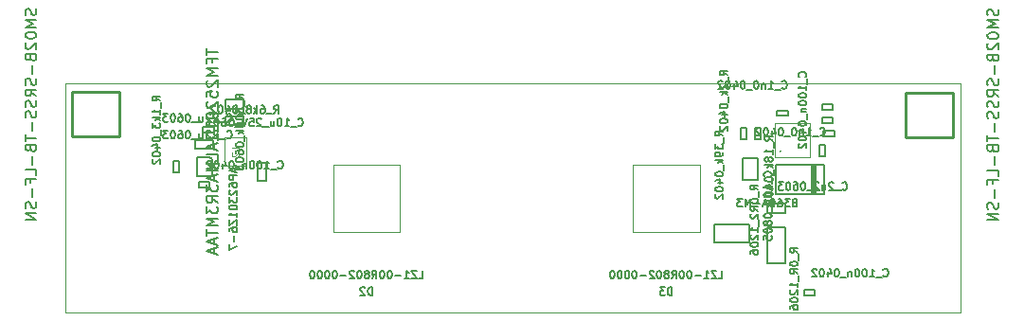
<source format=gbr>
%TF.GenerationSoftware,KiCad,Pcbnew,6.0.11+dfsg-1~bpo11+1*%
%TF.CreationDate,2023-04-14T13:04:02+02:00*%
%TF.ProjectId,IR-diode-general,49522d64-696f-4646-952d-67656e657261,rev?*%
%TF.SameCoordinates,Original*%
%TF.FileFunction,AssemblyDrawing,Bot*%
%FSLAX46Y46*%
G04 Gerber Fmt 4.6, Leading zero omitted, Abs format (unit mm)*
G04 Created by KiCad (PCBNEW 6.0.11+dfsg-1~bpo11+1) date 2023-04-14 13:04:02 commit 5e22265*
%MOMM*%
%LPD*%
G01*
G04 APERTURE LIST*
%TA.AperFunction,Profile*%
%ADD10C,0.100000*%
%TD*%
%ADD11C,0.150000*%
%ADD12C,0.090000*%
%ADD13C,0.100000*%
%ADD14C,0.254000*%
G04 APERTURE END LIST*
D10*
X85000000Y-40500000D02*
X165000000Y-40500000D01*
X165000000Y-40500000D02*
X165000000Y-61000000D01*
X165000000Y-61000000D02*
X85000000Y-61000000D01*
X85000000Y-61000000D02*
X85000000Y-40500000D01*
D11*
%TO.C,R8*%
X103614166Y-43166666D02*
X103847500Y-42833333D01*
X104014166Y-43166666D02*
X104014166Y-42466666D01*
X103747500Y-42466666D01*
X103680833Y-42500000D01*
X103647500Y-42533333D01*
X103614166Y-42600000D01*
X103614166Y-42700000D01*
X103647500Y-42766666D01*
X103680833Y-42800000D01*
X103747500Y-42833333D01*
X104014166Y-42833333D01*
X103480833Y-43233333D02*
X102947500Y-43233333D01*
X102480833Y-42466666D02*
X102614166Y-42466666D01*
X102680833Y-42500000D01*
X102714166Y-42533333D01*
X102780833Y-42633333D01*
X102814166Y-42766666D01*
X102814166Y-43033333D01*
X102780833Y-43100000D01*
X102747500Y-43133333D01*
X102680833Y-43166666D01*
X102547500Y-43166666D01*
X102480833Y-43133333D01*
X102447500Y-43100000D01*
X102414166Y-43033333D01*
X102414166Y-42866666D01*
X102447500Y-42800000D01*
X102480833Y-42766666D01*
X102547500Y-42733333D01*
X102680833Y-42733333D01*
X102747500Y-42766666D01*
X102780833Y-42800000D01*
X102814166Y-42866666D01*
X102114166Y-43166666D02*
X102114166Y-42466666D01*
X102047500Y-42900000D02*
X101847500Y-43166666D01*
X101847500Y-42700000D02*
X102114166Y-42966666D01*
X101447500Y-42766666D02*
X101514166Y-42733333D01*
X101547500Y-42700000D01*
X101580833Y-42633333D01*
X101580833Y-42600000D01*
X101547500Y-42533333D01*
X101514166Y-42500000D01*
X101447500Y-42466666D01*
X101314166Y-42466666D01*
X101247500Y-42500000D01*
X101214166Y-42533333D01*
X101180833Y-42600000D01*
X101180833Y-42633333D01*
X101214166Y-42700000D01*
X101247500Y-42733333D01*
X101314166Y-42766666D01*
X101447500Y-42766666D01*
X101514166Y-42800000D01*
X101547500Y-42833333D01*
X101580833Y-42900000D01*
X101580833Y-43033333D01*
X101547500Y-43100000D01*
X101514166Y-43133333D01*
X101447500Y-43166666D01*
X101314166Y-43166666D01*
X101247500Y-43133333D01*
X101214166Y-43100000D01*
X101180833Y-43033333D01*
X101180833Y-42900000D01*
X101214166Y-42833333D01*
X101247500Y-42800000D01*
X101314166Y-42766666D01*
X101047500Y-43233333D02*
X100514166Y-43233333D01*
X100214166Y-42466666D02*
X100147500Y-42466666D01*
X100080833Y-42500000D01*
X100047500Y-42533333D01*
X100014166Y-42600000D01*
X99980833Y-42733333D01*
X99980833Y-42900000D01*
X100014166Y-43033333D01*
X100047500Y-43100000D01*
X100080833Y-43133333D01*
X100147500Y-43166666D01*
X100214166Y-43166666D01*
X100280833Y-43133333D01*
X100314166Y-43100000D01*
X100347500Y-43033333D01*
X100380833Y-42900000D01*
X100380833Y-42733333D01*
X100347500Y-42600000D01*
X100314166Y-42533333D01*
X100280833Y-42500000D01*
X100214166Y-42466666D01*
X99380833Y-42700000D02*
X99380833Y-43166666D01*
X99547500Y-42433333D02*
X99714166Y-42933333D01*
X99280833Y-42933333D01*
X98880833Y-42466666D02*
X98814166Y-42466666D01*
X98747500Y-42500000D01*
X98714166Y-42533333D01*
X98680833Y-42600000D01*
X98647500Y-42733333D01*
X98647500Y-42900000D01*
X98680833Y-43033333D01*
X98714166Y-43100000D01*
X98747500Y-43133333D01*
X98814166Y-43166666D01*
X98880833Y-43166666D01*
X98947500Y-43133333D01*
X98980833Y-43100000D01*
X99014166Y-43033333D01*
X99047500Y-42900000D01*
X99047500Y-42733333D01*
X99014166Y-42600000D01*
X98980833Y-42533333D01*
X98947500Y-42500000D01*
X98880833Y-42466666D01*
X98380833Y-42533333D02*
X98347500Y-42500000D01*
X98280833Y-42466666D01*
X98114166Y-42466666D01*
X98047500Y-42500000D01*
X98014166Y-42533333D01*
X97980833Y-42600000D01*
X97980833Y-42666666D01*
X98014166Y-42766666D01*
X98414166Y-43166666D01*
X97980833Y-43166666D01*
%TO.C,U2*%
X100139666Y-48078833D02*
X100139666Y-48412166D01*
X100339666Y-48012166D02*
X99639666Y-48245500D01*
X100339666Y-48478833D01*
X100339666Y-48712166D02*
X99639666Y-48712166D01*
X99639666Y-48978833D01*
X99673000Y-49045500D01*
X99706333Y-49078833D01*
X99773000Y-49112166D01*
X99873000Y-49112166D01*
X99939666Y-49078833D01*
X99973000Y-49045500D01*
X100006333Y-48978833D01*
X100006333Y-48712166D01*
X99639666Y-49712166D02*
X99639666Y-49578833D01*
X99673000Y-49512166D01*
X99706333Y-49478833D01*
X99806333Y-49412166D01*
X99939666Y-49378833D01*
X100206333Y-49378833D01*
X100273000Y-49412166D01*
X100306333Y-49445500D01*
X100339666Y-49512166D01*
X100339666Y-49645500D01*
X100306333Y-49712166D01*
X100273000Y-49745500D01*
X100206333Y-49778833D01*
X100039666Y-49778833D01*
X99973000Y-49745500D01*
X99939666Y-49712166D01*
X99906333Y-49645500D01*
X99906333Y-49512166D01*
X99939666Y-49445500D01*
X99973000Y-49412166D01*
X100039666Y-49378833D01*
X99706333Y-50045500D02*
X99673000Y-50078833D01*
X99639666Y-50145500D01*
X99639666Y-50312166D01*
X99673000Y-50378833D01*
X99706333Y-50412166D01*
X99773000Y-50445500D01*
X99839666Y-50445500D01*
X99939666Y-50412166D01*
X100339666Y-50012166D01*
X100339666Y-50445500D01*
X99639666Y-50678833D02*
X99639666Y-51112166D01*
X99906333Y-50878833D01*
X99906333Y-50978833D01*
X99939666Y-51045500D01*
X99973000Y-51078833D01*
X100039666Y-51112166D01*
X100206333Y-51112166D01*
X100273000Y-51078833D01*
X100306333Y-51045500D01*
X100339666Y-50978833D01*
X100339666Y-50778833D01*
X100306333Y-50712166D01*
X100273000Y-50678833D01*
X99639666Y-51545500D02*
X99639666Y-51612166D01*
X99673000Y-51678833D01*
X99706333Y-51712166D01*
X99773000Y-51745500D01*
X99906333Y-51778833D01*
X100073000Y-51778833D01*
X100206333Y-51745500D01*
X100273000Y-51712166D01*
X100306333Y-51678833D01*
X100339666Y-51612166D01*
X100339666Y-51545500D01*
X100306333Y-51478833D01*
X100273000Y-51445500D01*
X100206333Y-51412166D01*
X100073000Y-51378833D01*
X99906333Y-51378833D01*
X99773000Y-51412166D01*
X99706333Y-51445500D01*
X99673000Y-51478833D01*
X99639666Y-51545500D01*
X100339666Y-52445500D02*
X100339666Y-52045500D01*
X100339666Y-52245500D02*
X99639666Y-52245500D01*
X99739666Y-52178833D01*
X99806333Y-52112166D01*
X99839666Y-52045500D01*
X99639666Y-52678833D02*
X99639666Y-53145500D01*
X100339666Y-52678833D01*
X100339666Y-53145500D01*
X99639666Y-53712166D02*
X99639666Y-53578833D01*
X99673000Y-53512166D01*
X99706333Y-53478833D01*
X99806333Y-53412166D01*
X99939666Y-53378833D01*
X100206333Y-53378833D01*
X100273000Y-53412166D01*
X100306333Y-53445500D01*
X100339666Y-53512166D01*
X100339666Y-53645500D01*
X100306333Y-53712166D01*
X100273000Y-53745500D01*
X100206333Y-53778833D01*
X100039666Y-53778833D01*
X99973000Y-53745500D01*
X99939666Y-53712166D01*
X99906333Y-53645500D01*
X99906333Y-53512166D01*
X99939666Y-53445500D01*
X99973000Y-53412166D01*
X100039666Y-53378833D01*
X100073000Y-54078833D02*
X100073000Y-54612166D01*
X99639666Y-54878833D02*
X99639666Y-55345500D01*
X100339666Y-55045500D01*
%TO.C,L2*%
X97602380Y-37361904D02*
X97602380Y-37933333D01*
X98602380Y-37647619D02*
X97602380Y-37647619D01*
X98078571Y-38600000D02*
X98078571Y-38266666D01*
X98602380Y-38266666D02*
X97602380Y-38266666D01*
X97602380Y-38742857D01*
X98602380Y-39123809D02*
X97602380Y-39123809D01*
X98316666Y-39457142D01*
X97602380Y-39790476D01*
X98602380Y-39790476D01*
X97697619Y-40219047D02*
X97650000Y-40266666D01*
X97602380Y-40361904D01*
X97602380Y-40600000D01*
X97650000Y-40695238D01*
X97697619Y-40742857D01*
X97792857Y-40790476D01*
X97888095Y-40790476D01*
X98030952Y-40742857D01*
X98602380Y-40171428D01*
X98602380Y-40790476D01*
X97602380Y-41695238D02*
X97602380Y-41219047D01*
X98078571Y-41171428D01*
X98030952Y-41219047D01*
X97983333Y-41314285D01*
X97983333Y-41552380D01*
X98030952Y-41647619D01*
X98078571Y-41695238D01*
X98173809Y-41742857D01*
X98411904Y-41742857D01*
X98507142Y-41695238D01*
X98554761Y-41647619D01*
X98602380Y-41552380D01*
X98602380Y-41314285D01*
X98554761Y-41219047D01*
X98507142Y-41171428D01*
X97697619Y-42123809D02*
X97650000Y-42171428D01*
X97602380Y-42266666D01*
X97602380Y-42504761D01*
X97650000Y-42600000D01*
X97697619Y-42647619D01*
X97792857Y-42695238D01*
X97888095Y-42695238D01*
X98030952Y-42647619D01*
X98602380Y-42076190D01*
X98602380Y-42695238D01*
X97602380Y-43314285D02*
X97602380Y-43409523D01*
X97650000Y-43504761D01*
X97697619Y-43552380D01*
X97792857Y-43600000D01*
X97983333Y-43647619D01*
X98221428Y-43647619D01*
X98411904Y-43600000D01*
X98507142Y-43552380D01*
X98554761Y-43504761D01*
X98602380Y-43409523D01*
X98602380Y-43314285D01*
X98554761Y-43219047D01*
X98507142Y-43171428D01*
X98411904Y-43123809D01*
X98221428Y-43076190D01*
X97983333Y-43076190D01*
X97792857Y-43123809D01*
X97697619Y-43171428D01*
X97650000Y-43219047D01*
X97602380Y-43314285D01*
X98602380Y-44600000D02*
X98602380Y-44028571D01*
X98602380Y-44314285D02*
X97602380Y-44314285D01*
X97745238Y-44219047D01*
X97840476Y-44123809D01*
X97888095Y-44028571D01*
X97697619Y-44980952D02*
X97650000Y-45028571D01*
X97602380Y-45123809D01*
X97602380Y-45361904D01*
X97650000Y-45457142D01*
X97697619Y-45504761D01*
X97792857Y-45552380D01*
X97888095Y-45552380D01*
X98030952Y-45504761D01*
X98602380Y-44933333D01*
X98602380Y-45552380D01*
X98316666Y-45933333D02*
X98316666Y-46409523D01*
X98602380Y-45838095D02*
X97602380Y-46171428D01*
X98602380Y-46504761D01*
X98602380Y-47314285D02*
X98602380Y-46838095D01*
X97602380Y-46838095D01*
X98602380Y-47647619D02*
X97602380Y-47647619D01*
X98316666Y-47980952D01*
X97602380Y-48314285D01*
X98602380Y-48314285D01*
X98316666Y-48742857D02*
X98316666Y-49219047D01*
X98602380Y-48647619D02*
X97602380Y-48980952D01*
X98602380Y-49314285D01*
X97602380Y-49552380D02*
X97602380Y-50171428D01*
X97983333Y-49838095D01*
X97983333Y-49980952D01*
X98030952Y-50076190D01*
X98078571Y-50123809D01*
X98173809Y-50171428D01*
X98411904Y-50171428D01*
X98507142Y-50123809D01*
X98554761Y-50076190D01*
X98602380Y-49980952D01*
X98602380Y-49695238D01*
X98554761Y-49600000D01*
X98507142Y-49552380D01*
X98602380Y-51171428D02*
X98126190Y-50838095D01*
X98602380Y-50600000D02*
X97602380Y-50600000D01*
X97602380Y-50980952D01*
X97650000Y-51076190D01*
X97697619Y-51123809D01*
X97792857Y-51171428D01*
X97935714Y-51171428D01*
X98030952Y-51123809D01*
X98078571Y-51076190D01*
X98126190Y-50980952D01*
X98126190Y-50600000D01*
X97602380Y-51504761D02*
X97602380Y-52123809D01*
X97983333Y-51790476D01*
X97983333Y-51933333D01*
X98030952Y-52028571D01*
X98078571Y-52076190D01*
X98173809Y-52123809D01*
X98411904Y-52123809D01*
X98507142Y-52076190D01*
X98554761Y-52028571D01*
X98602380Y-51933333D01*
X98602380Y-51647619D01*
X98554761Y-51552380D01*
X98507142Y-51504761D01*
X98602380Y-52552380D02*
X97602380Y-52552380D01*
X98316666Y-52885714D01*
X97602380Y-53219047D01*
X98602380Y-53219047D01*
X97602380Y-53552380D02*
X97602380Y-54123809D01*
X98602380Y-53838095D02*
X97602380Y-53838095D01*
X98316666Y-54409523D02*
X98316666Y-54885714D01*
X98602380Y-54314285D02*
X97602380Y-54647619D01*
X98602380Y-54980952D01*
X98316666Y-55266666D02*
X98316666Y-55742857D01*
X98602380Y-55171428D02*
X97602380Y-55504761D01*
X98602380Y-55838095D01*
D12*
X100480476Y-46496666D02*
X100480476Y-46201428D01*
X99860476Y-46201428D01*
X99919523Y-46673809D02*
X99890000Y-46703333D01*
X99860476Y-46762380D01*
X99860476Y-46910000D01*
X99890000Y-46969047D01*
X99919523Y-46998571D01*
X99978571Y-47028095D01*
X100037619Y-47028095D01*
X100126190Y-46998571D01*
X100480476Y-46644285D01*
X100480476Y-47028095D01*
D11*
%TO.C,R3*%
X148216666Y-45613166D02*
X147883333Y-45379833D01*
X148216666Y-45213166D02*
X147516666Y-45213166D01*
X147516666Y-45479833D01*
X147550000Y-45546500D01*
X147583333Y-45579833D01*
X147650000Y-45613166D01*
X147750000Y-45613166D01*
X147816666Y-45579833D01*
X147850000Y-45546500D01*
X147883333Y-45479833D01*
X147883333Y-45213166D01*
X148283333Y-45746500D02*
X148283333Y-46279833D01*
X148216666Y-46813166D02*
X148216666Y-46413166D01*
X148216666Y-46613166D02*
X147516666Y-46613166D01*
X147616666Y-46546500D01*
X147683333Y-46479833D01*
X147716666Y-46413166D01*
X147816666Y-47213166D02*
X147783333Y-47146500D01*
X147750000Y-47113166D01*
X147683333Y-47079833D01*
X147650000Y-47079833D01*
X147583333Y-47113166D01*
X147550000Y-47146500D01*
X147516666Y-47213166D01*
X147516666Y-47346500D01*
X147550000Y-47413166D01*
X147583333Y-47446500D01*
X147650000Y-47479833D01*
X147683333Y-47479833D01*
X147750000Y-47446500D01*
X147783333Y-47413166D01*
X147816666Y-47346500D01*
X147816666Y-47213166D01*
X147850000Y-47146500D01*
X147883333Y-47113166D01*
X147950000Y-47079833D01*
X148083333Y-47079833D01*
X148150000Y-47113166D01*
X148183333Y-47146500D01*
X148216666Y-47213166D01*
X148216666Y-47346500D01*
X148183333Y-47413166D01*
X148150000Y-47446500D01*
X148083333Y-47479833D01*
X147950000Y-47479833D01*
X147883333Y-47446500D01*
X147850000Y-47413166D01*
X147816666Y-47346500D01*
X148216666Y-47779833D02*
X147516666Y-47779833D01*
X147950000Y-47846500D02*
X148216666Y-48046500D01*
X147750000Y-48046500D02*
X148016666Y-47779833D01*
X148283333Y-48179833D02*
X148283333Y-48713166D01*
X147516666Y-49013166D02*
X147516666Y-49079833D01*
X147550000Y-49146500D01*
X147583333Y-49179833D01*
X147650000Y-49213166D01*
X147783333Y-49246500D01*
X147950000Y-49246500D01*
X148083333Y-49213166D01*
X148150000Y-49179833D01*
X148183333Y-49146500D01*
X148216666Y-49079833D01*
X148216666Y-49013166D01*
X148183333Y-48946500D01*
X148150000Y-48913166D01*
X148083333Y-48879833D01*
X147950000Y-48846500D01*
X147783333Y-48846500D01*
X147650000Y-48879833D01*
X147583333Y-48913166D01*
X147550000Y-48946500D01*
X147516666Y-49013166D01*
X147750000Y-49846500D02*
X148216666Y-49846500D01*
X147483333Y-49679833D02*
X147983333Y-49513166D01*
X147983333Y-49946500D01*
X147516666Y-50346500D02*
X147516666Y-50413166D01*
X147550000Y-50479833D01*
X147583333Y-50513166D01*
X147650000Y-50546500D01*
X147783333Y-50579833D01*
X147950000Y-50579833D01*
X148083333Y-50546500D01*
X148150000Y-50513166D01*
X148183333Y-50479833D01*
X148216666Y-50413166D01*
X148216666Y-50346500D01*
X148183333Y-50279833D01*
X148150000Y-50246500D01*
X148083333Y-50213166D01*
X147950000Y-50179833D01*
X147783333Y-50179833D01*
X147650000Y-50213166D01*
X147583333Y-50246500D01*
X147550000Y-50279833D01*
X147516666Y-50346500D01*
X147583333Y-50846500D02*
X147550000Y-50879833D01*
X147516666Y-50946500D01*
X147516666Y-51113166D01*
X147550000Y-51179833D01*
X147583333Y-51213166D01*
X147650000Y-51246500D01*
X147716666Y-51246500D01*
X147816666Y-51213166D01*
X148216666Y-50813166D01*
X148216666Y-51246500D01*
%TO.C,C4*%
X149035833Y-40900000D02*
X149069166Y-40933333D01*
X149169166Y-40966666D01*
X149235833Y-40966666D01*
X149335833Y-40933333D01*
X149402500Y-40866666D01*
X149435833Y-40800000D01*
X149469166Y-40666666D01*
X149469166Y-40566666D01*
X149435833Y-40433333D01*
X149402500Y-40366666D01*
X149335833Y-40300000D01*
X149235833Y-40266666D01*
X149169166Y-40266666D01*
X149069166Y-40300000D01*
X149035833Y-40333333D01*
X148902500Y-41033333D02*
X148369166Y-41033333D01*
X147835833Y-40966666D02*
X148235833Y-40966666D01*
X148035833Y-40966666D02*
X148035833Y-40266666D01*
X148102500Y-40366666D01*
X148169166Y-40433333D01*
X148235833Y-40466666D01*
X147535833Y-40500000D02*
X147535833Y-40966666D01*
X147535833Y-40566666D02*
X147502500Y-40533333D01*
X147435833Y-40500000D01*
X147335833Y-40500000D01*
X147269166Y-40533333D01*
X147235833Y-40600000D01*
X147235833Y-40966666D01*
X146769166Y-40266666D02*
X146702500Y-40266666D01*
X146635833Y-40300000D01*
X146602500Y-40333333D01*
X146569166Y-40400000D01*
X146535833Y-40533333D01*
X146535833Y-40700000D01*
X146569166Y-40833333D01*
X146602500Y-40900000D01*
X146635833Y-40933333D01*
X146702500Y-40966666D01*
X146769166Y-40966666D01*
X146835833Y-40933333D01*
X146869166Y-40900000D01*
X146902500Y-40833333D01*
X146935833Y-40700000D01*
X146935833Y-40533333D01*
X146902500Y-40400000D01*
X146869166Y-40333333D01*
X146835833Y-40300000D01*
X146769166Y-40266666D01*
X146402500Y-41033333D02*
X145869166Y-41033333D01*
X145569166Y-40266666D02*
X145502500Y-40266666D01*
X145435833Y-40300000D01*
X145402500Y-40333333D01*
X145369166Y-40400000D01*
X145335833Y-40533333D01*
X145335833Y-40700000D01*
X145369166Y-40833333D01*
X145402500Y-40900000D01*
X145435833Y-40933333D01*
X145502500Y-40966666D01*
X145569166Y-40966666D01*
X145635833Y-40933333D01*
X145669166Y-40900000D01*
X145702500Y-40833333D01*
X145735833Y-40700000D01*
X145735833Y-40533333D01*
X145702500Y-40400000D01*
X145669166Y-40333333D01*
X145635833Y-40300000D01*
X145569166Y-40266666D01*
X144735833Y-40500000D02*
X144735833Y-40966666D01*
X144902500Y-40233333D02*
X145069166Y-40733333D01*
X144635833Y-40733333D01*
X144235833Y-40266666D02*
X144169166Y-40266666D01*
X144102500Y-40300000D01*
X144069166Y-40333333D01*
X144035833Y-40400000D01*
X144002500Y-40533333D01*
X144002500Y-40700000D01*
X144035833Y-40833333D01*
X144069166Y-40900000D01*
X144102500Y-40933333D01*
X144169166Y-40966666D01*
X144235833Y-40966666D01*
X144302500Y-40933333D01*
X144335833Y-40900000D01*
X144369166Y-40833333D01*
X144402500Y-40700000D01*
X144402500Y-40533333D01*
X144369166Y-40400000D01*
X144335833Y-40333333D01*
X144302500Y-40300000D01*
X144235833Y-40266666D01*
X143735833Y-40333333D02*
X143702500Y-40300000D01*
X143635833Y-40266666D01*
X143469166Y-40266666D01*
X143402500Y-40300000D01*
X143369166Y-40333333D01*
X143335833Y-40400000D01*
X143335833Y-40466666D01*
X143369166Y-40566666D01*
X143769166Y-40966666D01*
X143335833Y-40966666D01*
%TO.C,D2*%
X116560366Y-57923866D02*
X116893700Y-57923866D01*
X116893700Y-57223866D01*
X116393700Y-57223866D02*
X115927033Y-57223866D01*
X116393700Y-57923866D01*
X115927033Y-57923866D01*
X115293700Y-57923866D02*
X115693700Y-57923866D01*
X115493700Y-57923866D02*
X115493700Y-57223866D01*
X115560366Y-57323866D01*
X115627033Y-57390533D01*
X115693700Y-57423866D01*
X114993700Y-57657200D02*
X114460366Y-57657200D01*
X113993700Y-57223866D02*
X113927033Y-57223866D01*
X113860366Y-57257200D01*
X113827033Y-57290533D01*
X113793700Y-57357200D01*
X113760366Y-57490533D01*
X113760366Y-57657200D01*
X113793700Y-57790533D01*
X113827033Y-57857200D01*
X113860366Y-57890533D01*
X113927033Y-57923866D01*
X113993700Y-57923866D01*
X114060366Y-57890533D01*
X114093700Y-57857200D01*
X114127033Y-57790533D01*
X114160366Y-57657200D01*
X114160366Y-57490533D01*
X114127033Y-57357200D01*
X114093700Y-57290533D01*
X114060366Y-57257200D01*
X113993700Y-57223866D01*
X113327033Y-57223866D02*
X113260366Y-57223866D01*
X113193700Y-57257200D01*
X113160366Y-57290533D01*
X113127033Y-57357200D01*
X113093700Y-57490533D01*
X113093700Y-57657200D01*
X113127033Y-57790533D01*
X113160366Y-57857200D01*
X113193700Y-57890533D01*
X113260366Y-57923866D01*
X113327033Y-57923866D01*
X113393700Y-57890533D01*
X113427033Y-57857200D01*
X113460366Y-57790533D01*
X113493700Y-57657200D01*
X113493700Y-57490533D01*
X113460366Y-57357200D01*
X113427033Y-57290533D01*
X113393700Y-57257200D01*
X113327033Y-57223866D01*
X112393700Y-57923866D02*
X112627033Y-57590533D01*
X112793700Y-57923866D02*
X112793700Y-57223866D01*
X112527033Y-57223866D01*
X112460366Y-57257200D01*
X112427033Y-57290533D01*
X112393700Y-57357200D01*
X112393700Y-57457200D01*
X112427033Y-57523866D01*
X112460366Y-57557200D01*
X112527033Y-57590533D01*
X112793700Y-57590533D01*
X111993700Y-57523866D02*
X112060366Y-57490533D01*
X112093700Y-57457200D01*
X112127033Y-57390533D01*
X112127033Y-57357200D01*
X112093700Y-57290533D01*
X112060366Y-57257200D01*
X111993700Y-57223866D01*
X111860366Y-57223866D01*
X111793700Y-57257200D01*
X111760366Y-57290533D01*
X111727033Y-57357200D01*
X111727033Y-57390533D01*
X111760366Y-57457200D01*
X111793700Y-57490533D01*
X111860366Y-57523866D01*
X111993700Y-57523866D01*
X112060366Y-57557200D01*
X112093700Y-57590533D01*
X112127033Y-57657200D01*
X112127033Y-57790533D01*
X112093700Y-57857200D01*
X112060366Y-57890533D01*
X111993700Y-57923866D01*
X111860366Y-57923866D01*
X111793700Y-57890533D01*
X111760366Y-57857200D01*
X111727033Y-57790533D01*
X111727033Y-57657200D01*
X111760366Y-57590533D01*
X111793700Y-57557200D01*
X111860366Y-57523866D01*
X111293700Y-57223866D02*
X111227033Y-57223866D01*
X111160366Y-57257200D01*
X111127033Y-57290533D01*
X111093700Y-57357200D01*
X111060366Y-57490533D01*
X111060366Y-57657200D01*
X111093700Y-57790533D01*
X111127033Y-57857200D01*
X111160366Y-57890533D01*
X111227033Y-57923866D01*
X111293700Y-57923866D01*
X111360366Y-57890533D01*
X111393700Y-57857200D01*
X111427033Y-57790533D01*
X111460366Y-57657200D01*
X111460366Y-57490533D01*
X111427033Y-57357200D01*
X111393700Y-57290533D01*
X111360366Y-57257200D01*
X111293700Y-57223866D01*
X110793700Y-57290533D02*
X110760366Y-57257200D01*
X110693700Y-57223866D01*
X110527033Y-57223866D01*
X110460366Y-57257200D01*
X110427033Y-57290533D01*
X110393700Y-57357200D01*
X110393700Y-57423866D01*
X110427033Y-57523866D01*
X110827033Y-57923866D01*
X110393700Y-57923866D01*
X110093700Y-57657200D02*
X109560366Y-57657200D01*
X109093700Y-57223866D02*
X109027033Y-57223866D01*
X108960366Y-57257200D01*
X108927033Y-57290533D01*
X108893700Y-57357200D01*
X108860366Y-57490533D01*
X108860366Y-57657200D01*
X108893700Y-57790533D01*
X108927033Y-57857200D01*
X108960366Y-57890533D01*
X109027033Y-57923866D01*
X109093700Y-57923866D01*
X109160366Y-57890533D01*
X109193700Y-57857200D01*
X109227033Y-57790533D01*
X109260366Y-57657200D01*
X109260366Y-57490533D01*
X109227033Y-57357200D01*
X109193700Y-57290533D01*
X109160366Y-57257200D01*
X109093700Y-57223866D01*
X108427033Y-57223866D02*
X108360366Y-57223866D01*
X108293700Y-57257200D01*
X108260366Y-57290533D01*
X108227033Y-57357200D01*
X108193700Y-57490533D01*
X108193700Y-57657200D01*
X108227033Y-57790533D01*
X108260366Y-57857200D01*
X108293700Y-57890533D01*
X108360366Y-57923866D01*
X108427033Y-57923866D01*
X108493700Y-57890533D01*
X108527033Y-57857200D01*
X108560366Y-57790533D01*
X108593700Y-57657200D01*
X108593700Y-57490533D01*
X108560366Y-57357200D01*
X108527033Y-57290533D01*
X108493700Y-57257200D01*
X108427033Y-57223866D01*
X107760366Y-57223866D02*
X107693700Y-57223866D01*
X107627033Y-57257200D01*
X107593700Y-57290533D01*
X107560366Y-57357200D01*
X107527033Y-57490533D01*
X107527033Y-57657200D01*
X107560366Y-57790533D01*
X107593700Y-57857200D01*
X107627033Y-57890533D01*
X107693700Y-57923866D01*
X107760366Y-57923866D01*
X107827033Y-57890533D01*
X107860366Y-57857200D01*
X107893700Y-57790533D01*
X107927033Y-57657200D01*
X107927033Y-57490533D01*
X107893700Y-57357200D01*
X107860366Y-57290533D01*
X107827033Y-57257200D01*
X107760366Y-57223866D01*
X107093700Y-57223866D02*
X107027033Y-57223866D01*
X106960366Y-57257200D01*
X106927033Y-57290533D01*
X106893700Y-57357200D01*
X106860366Y-57490533D01*
X106860366Y-57657200D01*
X106893700Y-57790533D01*
X106927033Y-57857200D01*
X106960366Y-57890533D01*
X107027033Y-57923866D01*
X107093700Y-57923866D01*
X107160366Y-57890533D01*
X107193700Y-57857200D01*
X107227033Y-57790533D01*
X107260366Y-57657200D01*
X107260366Y-57490533D01*
X107227033Y-57357200D01*
X107193700Y-57290533D01*
X107160366Y-57257200D01*
X107093700Y-57223866D01*
X112410366Y-59423866D02*
X112410366Y-58723866D01*
X112243700Y-58723866D01*
X112143700Y-58757200D01*
X112077033Y-58823866D01*
X112043700Y-58890533D01*
X112010366Y-59023866D01*
X112010366Y-59123866D01*
X112043700Y-59257200D01*
X112077033Y-59323866D01*
X112143700Y-59390533D01*
X112243700Y-59423866D01*
X112410366Y-59423866D01*
X111743700Y-58790533D02*
X111710366Y-58757200D01*
X111643700Y-58723866D01*
X111477033Y-58723866D01*
X111410366Y-58757200D01*
X111377033Y-58790533D01*
X111343700Y-58857200D01*
X111343700Y-58923866D01*
X111377033Y-59023866D01*
X111777033Y-59423866D01*
X111343700Y-59423866D01*
%TO.C,R5*%
X100916666Y-41869166D02*
X100583333Y-41635833D01*
X100916666Y-41469166D02*
X100216666Y-41469166D01*
X100216666Y-41735833D01*
X100250000Y-41802500D01*
X100283333Y-41835833D01*
X100350000Y-41869166D01*
X100450000Y-41869166D01*
X100516666Y-41835833D01*
X100550000Y-41802500D01*
X100583333Y-41735833D01*
X100583333Y-41469166D01*
X100983333Y-42002500D02*
X100983333Y-42535833D01*
X100216666Y-42635833D02*
X100216666Y-43069166D01*
X100483333Y-42835833D01*
X100483333Y-42935833D01*
X100516666Y-43002500D01*
X100550000Y-43035833D01*
X100616666Y-43069166D01*
X100783333Y-43069166D01*
X100850000Y-43035833D01*
X100883333Y-43002500D01*
X100916666Y-42935833D01*
X100916666Y-42735833D01*
X100883333Y-42669166D01*
X100850000Y-42635833D01*
X100216666Y-43502500D02*
X100216666Y-43569166D01*
X100250000Y-43635833D01*
X100283333Y-43669166D01*
X100350000Y-43702500D01*
X100483333Y-43735833D01*
X100650000Y-43735833D01*
X100783333Y-43702500D01*
X100850000Y-43669166D01*
X100883333Y-43635833D01*
X100916666Y-43569166D01*
X100916666Y-43502500D01*
X100883333Y-43435833D01*
X100850000Y-43402500D01*
X100783333Y-43369166D01*
X100650000Y-43335833D01*
X100483333Y-43335833D01*
X100350000Y-43369166D01*
X100283333Y-43402500D01*
X100250000Y-43435833D01*
X100216666Y-43502500D01*
X100216666Y-44169166D02*
X100216666Y-44235833D01*
X100250000Y-44302500D01*
X100283333Y-44335833D01*
X100350000Y-44369166D01*
X100483333Y-44402500D01*
X100650000Y-44402500D01*
X100783333Y-44369166D01*
X100850000Y-44335833D01*
X100883333Y-44302500D01*
X100916666Y-44235833D01*
X100916666Y-44169166D01*
X100883333Y-44102500D01*
X100850000Y-44069166D01*
X100783333Y-44035833D01*
X100650000Y-44002500D01*
X100483333Y-44002500D01*
X100350000Y-44035833D01*
X100283333Y-44069166D01*
X100250000Y-44102500D01*
X100216666Y-44169166D01*
X100916666Y-44702500D02*
X100216666Y-44702500D01*
X100650000Y-44769166D02*
X100916666Y-44969166D01*
X100450000Y-44969166D02*
X100716666Y-44702500D01*
X100983333Y-45102500D02*
X100983333Y-45635833D01*
X100216666Y-45935833D02*
X100216666Y-46002500D01*
X100250000Y-46069166D01*
X100283333Y-46102500D01*
X100350000Y-46135833D01*
X100483333Y-46169166D01*
X100650000Y-46169166D01*
X100783333Y-46135833D01*
X100850000Y-46102500D01*
X100883333Y-46069166D01*
X100916666Y-46002500D01*
X100916666Y-45935833D01*
X100883333Y-45869166D01*
X100850000Y-45835833D01*
X100783333Y-45802500D01*
X100650000Y-45769166D01*
X100483333Y-45769166D01*
X100350000Y-45802500D01*
X100283333Y-45835833D01*
X100250000Y-45869166D01*
X100216666Y-45935833D01*
X100216666Y-46769166D02*
X100216666Y-46635833D01*
X100250000Y-46569166D01*
X100283333Y-46535833D01*
X100383333Y-46469166D01*
X100516666Y-46435833D01*
X100783333Y-46435833D01*
X100850000Y-46469166D01*
X100883333Y-46502500D01*
X100916666Y-46569166D01*
X100916666Y-46702500D01*
X100883333Y-46769166D01*
X100850000Y-46802500D01*
X100783333Y-46835833D01*
X100616666Y-46835833D01*
X100550000Y-46802500D01*
X100516666Y-46769166D01*
X100483333Y-46702500D01*
X100483333Y-46569166D01*
X100516666Y-46502500D01*
X100550000Y-46469166D01*
X100616666Y-46435833D01*
X100216666Y-47269166D02*
X100216666Y-47335833D01*
X100250000Y-47402500D01*
X100283333Y-47435833D01*
X100350000Y-47469166D01*
X100483333Y-47502500D01*
X100650000Y-47502500D01*
X100783333Y-47469166D01*
X100850000Y-47435833D01*
X100883333Y-47402500D01*
X100916666Y-47335833D01*
X100916666Y-47269166D01*
X100883333Y-47202500D01*
X100850000Y-47169166D01*
X100783333Y-47135833D01*
X100650000Y-47102500D01*
X100483333Y-47102500D01*
X100350000Y-47135833D01*
X100283333Y-47169166D01*
X100250000Y-47202500D01*
X100216666Y-47269166D01*
X100216666Y-47735833D02*
X100216666Y-48169166D01*
X100483333Y-47935833D01*
X100483333Y-48035833D01*
X100516666Y-48102500D01*
X100550000Y-48135833D01*
X100616666Y-48169166D01*
X100783333Y-48169166D01*
X100850000Y-48135833D01*
X100883333Y-48102500D01*
X100916666Y-48035833D01*
X100916666Y-47835833D01*
X100883333Y-47769166D01*
X100850000Y-47735833D01*
%TO.C,C5*%
X152435833Y-45100000D02*
X152469166Y-45133333D01*
X152569166Y-45166666D01*
X152635833Y-45166666D01*
X152735833Y-45133333D01*
X152802500Y-45066666D01*
X152835833Y-45000000D01*
X152869166Y-44866666D01*
X152869166Y-44766666D01*
X152835833Y-44633333D01*
X152802500Y-44566666D01*
X152735833Y-44500000D01*
X152635833Y-44466666D01*
X152569166Y-44466666D01*
X152469166Y-44500000D01*
X152435833Y-44533333D01*
X152302500Y-45233333D02*
X151769166Y-45233333D01*
X151235833Y-45166666D02*
X151635833Y-45166666D01*
X151435833Y-45166666D02*
X151435833Y-44466666D01*
X151502500Y-44566666D01*
X151569166Y-44633333D01*
X151635833Y-44666666D01*
X150935833Y-44700000D02*
X150935833Y-45166666D01*
X150935833Y-44766666D02*
X150902500Y-44733333D01*
X150835833Y-44700000D01*
X150735833Y-44700000D01*
X150669166Y-44733333D01*
X150635833Y-44800000D01*
X150635833Y-45166666D01*
X150169166Y-44466666D02*
X150102500Y-44466666D01*
X150035833Y-44500000D01*
X150002500Y-44533333D01*
X149969166Y-44600000D01*
X149935833Y-44733333D01*
X149935833Y-44900000D01*
X149969166Y-45033333D01*
X150002500Y-45100000D01*
X150035833Y-45133333D01*
X150102500Y-45166666D01*
X150169166Y-45166666D01*
X150235833Y-45133333D01*
X150269166Y-45100000D01*
X150302500Y-45033333D01*
X150335833Y-44900000D01*
X150335833Y-44733333D01*
X150302500Y-44600000D01*
X150269166Y-44533333D01*
X150235833Y-44500000D01*
X150169166Y-44466666D01*
X149802500Y-45233333D02*
X149269166Y-45233333D01*
X148969166Y-44466666D02*
X148902500Y-44466666D01*
X148835833Y-44500000D01*
X148802500Y-44533333D01*
X148769166Y-44600000D01*
X148735833Y-44733333D01*
X148735833Y-44900000D01*
X148769166Y-45033333D01*
X148802500Y-45100000D01*
X148835833Y-45133333D01*
X148902500Y-45166666D01*
X148969166Y-45166666D01*
X149035833Y-45133333D01*
X149069166Y-45100000D01*
X149102500Y-45033333D01*
X149135833Y-44900000D01*
X149135833Y-44733333D01*
X149102500Y-44600000D01*
X149069166Y-44533333D01*
X149035833Y-44500000D01*
X148969166Y-44466666D01*
X148135833Y-44700000D02*
X148135833Y-45166666D01*
X148302500Y-44433333D02*
X148469166Y-44933333D01*
X148035833Y-44933333D01*
X147635833Y-44466666D02*
X147569166Y-44466666D01*
X147502500Y-44500000D01*
X147469166Y-44533333D01*
X147435833Y-44600000D01*
X147402500Y-44733333D01*
X147402500Y-44900000D01*
X147435833Y-45033333D01*
X147469166Y-45100000D01*
X147502500Y-45133333D01*
X147569166Y-45166666D01*
X147635833Y-45166666D01*
X147702500Y-45133333D01*
X147735833Y-45100000D01*
X147769166Y-45033333D01*
X147802500Y-44900000D01*
X147802500Y-44733333D01*
X147769166Y-44600000D01*
X147735833Y-44533333D01*
X147702500Y-44500000D01*
X147635833Y-44466666D01*
X147135833Y-44533333D02*
X147102500Y-44500000D01*
X147035833Y-44466666D01*
X146869166Y-44466666D01*
X146802500Y-44500000D01*
X146769166Y-44533333D01*
X146735833Y-44600000D01*
X146735833Y-44666666D01*
X146769166Y-44766666D01*
X147169166Y-45166666D01*
X146735833Y-45166666D01*
%TO.C,R9*%
X93466666Y-42035833D02*
X93133333Y-41802500D01*
X93466666Y-41635833D02*
X92766666Y-41635833D01*
X92766666Y-41902500D01*
X92800000Y-41969166D01*
X92833333Y-42002500D01*
X92900000Y-42035833D01*
X93000000Y-42035833D01*
X93066666Y-42002500D01*
X93100000Y-41969166D01*
X93133333Y-41902500D01*
X93133333Y-41635833D01*
X93533333Y-42169166D02*
X93533333Y-42702500D01*
X93466666Y-43235833D02*
X93466666Y-42835833D01*
X93466666Y-43035833D02*
X92766666Y-43035833D01*
X92866666Y-42969166D01*
X92933333Y-42902500D01*
X92966666Y-42835833D01*
X93466666Y-43535833D02*
X92766666Y-43535833D01*
X93200000Y-43602500D02*
X93466666Y-43802500D01*
X93000000Y-43802500D02*
X93266666Y-43535833D01*
X92766666Y-44035833D02*
X92766666Y-44469166D01*
X93033333Y-44235833D01*
X93033333Y-44335833D01*
X93066666Y-44402500D01*
X93100000Y-44435833D01*
X93166666Y-44469166D01*
X93333333Y-44469166D01*
X93400000Y-44435833D01*
X93433333Y-44402500D01*
X93466666Y-44335833D01*
X93466666Y-44135833D01*
X93433333Y-44069166D01*
X93400000Y-44035833D01*
X93533333Y-44602500D02*
X93533333Y-45135833D01*
X92766666Y-45435833D02*
X92766666Y-45502500D01*
X92800000Y-45569166D01*
X92833333Y-45602500D01*
X92900000Y-45635833D01*
X93033333Y-45669166D01*
X93200000Y-45669166D01*
X93333333Y-45635833D01*
X93400000Y-45602500D01*
X93433333Y-45569166D01*
X93466666Y-45502500D01*
X93466666Y-45435833D01*
X93433333Y-45369166D01*
X93400000Y-45335833D01*
X93333333Y-45302500D01*
X93200000Y-45269166D01*
X93033333Y-45269166D01*
X92900000Y-45302500D01*
X92833333Y-45335833D01*
X92800000Y-45369166D01*
X92766666Y-45435833D01*
X93000000Y-46269166D02*
X93466666Y-46269166D01*
X92733333Y-46102500D02*
X93233333Y-45935833D01*
X93233333Y-46369166D01*
X92766666Y-46769166D02*
X92766666Y-46835833D01*
X92800000Y-46902500D01*
X92833333Y-46935833D01*
X92900000Y-46969166D01*
X93033333Y-47002500D01*
X93200000Y-47002500D01*
X93333333Y-46969166D01*
X93400000Y-46935833D01*
X93433333Y-46902500D01*
X93466666Y-46835833D01*
X93466666Y-46769166D01*
X93433333Y-46702500D01*
X93400000Y-46669166D01*
X93333333Y-46635833D01*
X93200000Y-46602500D01*
X93033333Y-46602500D01*
X92900000Y-46635833D01*
X92833333Y-46669166D01*
X92800000Y-46702500D01*
X92766666Y-46769166D01*
X92833333Y-47269166D02*
X92800000Y-47302500D01*
X92766666Y-47369166D01*
X92766666Y-47535833D01*
X92800000Y-47602500D01*
X92833333Y-47635833D01*
X92900000Y-47669166D01*
X92966666Y-47669166D01*
X93066666Y-47635833D01*
X93466666Y-47235833D01*
X93466666Y-47669166D01*
%TO.C,C1*%
X148047000Y-48814166D02*
X148080333Y-48780833D01*
X148113666Y-48680833D01*
X148113666Y-48614166D01*
X148080333Y-48514166D01*
X148013666Y-48447500D01*
X147947000Y-48414166D01*
X147813666Y-48380833D01*
X147713666Y-48380833D01*
X147580333Y-48414166D01*
X147513666Y-48447500D01*
X147447000Y-48514166D01*
X147413666Y-48614166D01*
X147413666Y-48680833D01*
X147447000Y-48780833D01*
X147480333Y-48814166D01*
X148180333Y-48947500D02*
X148180333Y-49480833D01*
X148113666Y-50014166D02*
X148113666Y-49614166D01*
X148113666Y-49814166D02*
X147413666Y-49814166D01*
X147513666Y-49747500D01*
X147580333Y-49680833D01*
X147613666Y-49614166D01*
X147413666Y-50447500D02*
X147413666Y-50514166D01*
X147447000Y-50580833D01*
X147480333Y-50614166D01*
X147547000Y-50647500D01*
X147680333Y-50680833D01*
X147847000Y-50680833D01*
X147980333Y-50647500D01*
X148047000Y-50614166D01*
X148080333Y-50580833D01*
X148113666Y-50514166D01*
X148113666Y-50447500D01*
X148080333Y-50380833D01*
X148047000Y-50347500D01*
X147980333Y-50314166D01*
X147847000Y-50280833D01*
X147680333Y-50280833D01*
X147547000Y-50314166D01*
X147480333Y-50347500D01*
X147447000Y-50380833D01*
X147413666Y-50447500D01*
X147647000Y-51280833D02*
X148113666Y-51280833D01*
X147647000Y-50980833D02*
X148013666Y-50980833D01*
X148080333Y-51014166D01*
X148113666Y-51080833D01*
X148113666Y-51180833D01*
X148080333Y-51247500D01*
X148047000Y-51280833D01*
X148180333Y-51447500D02*
X148180333Y-51980833D01*
X147413666Y-52280833D02*
X147413666Y-52347500D01*
X147447000Y-52414166D01*
X147480333Y-52447500D01*
X147547000Y-52480833D01*
X147680333Y-52514166D01*
X147847000Y-52514166D01*
X147980333Y-52480833D01*
X148047000Y-52447500D01*
X148080333Y-52414166D01*
X148113666Y-52347500D01*
X148113666Y-52280833D01*
X148080333Y-52214166D01*
X148047000Y-52180833D01*
X147980333Y-52147500D01*
X147847000Y-52114166D01*
X147680333Y-52114166D01*
X147547000Y-52147500D01*
X147480333Y-52180833D01*
X147447000Y-52214166D01*
X147413666Y-52280833D01*
X147713666Y-52914166D02*
X147680333Y-52847500D01*
X147647000Y-52814166D01*
X147580333Y-52780833D01*
X147547000Y-52780833D01*
X147480333Y-52814166D01*
X147447000Y-52847500D01*
X147413666Y-52914166D01*
X147413666Y-53047500D01*
X147447000Y-53114166D01*
X147480333Y-53147500D01*
X147547000Y-53180833D01*
X147580333Y-53180833D01*
X147647000Y-53147500D01*
X147680333Y-53114166D01*
X147713666Y-53047500D01*
X147713666Y-52914166D01*
X147747000Y-52847500D01*
X147780333Y-52814166D01*
X147847000Y-52780833D01*
X147980333Y-52780833D01*
X148047000Y-52814166D01*
X148080333Y-52847500D01*
X148113666Y-52914166D01*
X148113666Y-53047500D01*
X148080333Y-53114166D01*
X148047000Y-53147500D01*
X147980333Y-53180833D01*
X147847000Y-53180833D01*
X147780333Y-53147500D01*
X147747000Y-53114166D01*
X147713666Y-53047500D01*
X147413666Y-53614166D02*
X147413666Y-53680833D01*
X147447000Y-53747500D01*
X147480333Y-53780833D01*
X147547000Y-53814166D01*
X147680333Y-53847500D01*
X147847000Y-53847500D01*
X147980333Y-53814166D01*
X148047000Y-53780833D01*
X148080333Y-53747500D01*
X148113666Y-53680833D01*
X148113666Y-53614166D01*
X148080333Y-53547500D01*
X148047000Y-53514166D01*
X147980333Y-53480833D01*
X147847000Y-53447500D01*
X147680333Y-53447500D01*
X147547000Y-53480833D01*
X147480333Y-53514166D01*
X147447000Y-53547500D01*
X147413666Y-53614166D01*
X147413666Y-54480833D02*
X147413666Y-54147500D01*
X147747000Y-54114166D01*
X147713666Y-54147500D01*
X147680333Y-54214166D01*
X147680333Y-54380833D01*
X147713666Y-54447500D01*
X147747000Y-54480833D01*
X147813666Y-54514166D01*
X147980333Y-54514166D01*
X148047000Y-54480833D01*
X148080333Y-54447500D01*
X148113666Y-54380833D01*
X148113666Y-54214166D01*
X148080333Y-54147500D01*
X148047000Y-54114166D01*
%TO.C,R2*%
X143765666Y-45165166D02*
X143432333Y-44931833D01*
X143765666Y-44765166D02*
X143065666Y-44765166D01*
X143065666Y-45031833D01*
X143099000Y-45098500D01*
X143132333Y-45131833D01*
X143199000Y-45165166D01*
X143299000Y-45165166D01*
X143365666Y-45131833D01*
X143399000Y-45098500D01*
X143432333Y-45031833D01*
X143432333Y-44765166D01*
X143832333Y-45298500D02*
X143832333Y-45831833D01*
X143065666Y-45931833D02*
X143065666Y-46365166D01*
X143332333Y-46131833D01*
X143332333Y-46231833D01*
X143365666Y-46298500D01*
X143399000Y-46331833D01*
X143465666Y-46365166D01*
X143632333Y-46365166D01*
X143699000Y-46331833D01*
X143732333Y-46298500D01*
X143765666Y-46231833D01*
X143765666Y-46031833D01*
X143732333Y-45965166D01*
X143699000Y-45931833D01*
X143765666Y-46698500D02*
X143765666Y-46831833D01*
X143732333Y-46898500D01*
X143699000Y-46931833D01*
X143599000Y-46998500D01*
X143465666Y-47031833D01*
X143199000Y-47031833D01*
X143132333Y-46998500D01*
X143099000Y-46965166D01*
X143065666Y-46898500D01*
X143065666Y-46765166D01*
X143099000Y-46698500D01*
X143132333Y-46665166D01*
X143199000Y-46631833D01*
X143365666Y-46631833D01*
X143432333Y-46665166D01*
X143465666Y-46698500D01*
X143499000Y-46765166D01*
X143499000Y-46898500D01*
X143465666Y-46965166D01*
X143432333Y-46998500D01*
X143365666Y-47031833D01*
X143765666Y-47331833D02*
X143065666Y-47331833D01*
X143499000Y-47398500D02*
X143765666Y-47598500D01*
X143299000Y-47598500D02*
X143565666Y-47331833D01*
X143832333Y-47731833D02*
X143832333Y-48265166D01*
X143065666Y-48565166D02*
X143065666Y-48631833D01*
X143099000Y-48698500D01*
X143132333Y-48731833D01*
X143199000Y-48765166D01*
X143332333Y-48798500D01*
X143499000Y-48798500D01*
X143632333Y-48765166D01*
X143699000Y-48731833D01*
X143732333Y-48698500D01*
X143765666Y-48631833D01*
X143765666Y-48565166D01*
X143732333Y-48498500D01*
X143699000Y-48465166D01*
X143632333Y-48431833D01*
X143499000Y-48398500D01*
X143332333Y-48398500D01*
X143199000Y-48431833D01*
X143132333Y-48465166D01*
X143099000Y-48498500D01*
X143065666Y-48565166D01*
X143299000Y-49398500D02*
X143765666Y-49398500D01*
X143032333Y-49231833D02*
X143532333Y-49065166D01*
X143532333Y-49498500D01*
X143065666Y-49898500D02*
X143065666Y-49965166D01*
X143099000Y-50031833D01*
X143132333Y-50065166D01*
X143199000Y-50098500D01*
X143332333Y-50131833D01*
X143499000Y-50131833D01*
X143632333Y-50098500D01*
X143699000Y-50065166D01*
X143732333Y-50031833D01*
X143765666Y-49965166D01*
X143765666Y-49898500D01*
X143732333Y-49831833D01*
X143699000Y-49798500D01*
X143632333Y-49765166D01*
X143499000Y-49731833D01*
X143332333Y-49731833D01*
X143199000Y-49765166D01*
X143132333Y-49798500D01*
X143099000Y-49831833D01*
X143065666Y-49898500D01*
X143132333Y-50398500D02*
X143099000Y-50431833D01*
X143065666Y-50498500D01*
X143065666Y-50665166D01*
X143099000Y-50731833D01*
X143132333Y-50765166D01*
X143199000Y-50798500D01*
X143265666Y-50798500D01*
X143365666Y-50765166D01*
X143765666Y-50365166D01*
X143765666Y-50798500D01*
%TO.C,C2*%
X154430833Y-49950000D02*
X154464166Y-49983333D01*
X154564166Y-50016666D01*
X154630833Y-50016666D01*
X154730833Y-49983333D01*
X154797500Y-49916666D01*
X154830833Y-49850000D01*
X154864166Y-49716666D01*
X154864166Y-49616666D01*
X154830833Y-49483333D01*
X154797500Y-49416666D01*
X154730833Y-49350000D01*
X154630833Y-49316666D01*
X154564166Y-49316666D01*
X154464166Y-49350000D01*
X154430833Y-49383333D01*
X154297500Y-50083333D02*
X153764166Y-50083333D01*
X153630833Y-49383333D02*
X153597500Y-49350000D01*
X153530833Y-49316666D01*
X153364166Y-49316666D01*
X153297500Y-49350000D01*
X153264166Y-49383333D01*
X153230833Y-49450000D01*
X153230833Y-49516666D01*
X153264166Y-49616666D01*
X153664166Y-50016666D01*
X153230833Y-50016666D01*
X152630833Y-49550000D02*
X152630833Y-50016666D01*
X152930833Y-49550000D02*
X152930833Y-49916666D01*
X152897500Y-49983333D01*
X152830833Y-50016666D01*
X152730833Y-50016666D01*
X152664166Y-49983333D01*
X152630833Y-49950000D01*
X152330833Y-49383333D02*
X152297500Y-49350000D01*
X152230833Y-49316666D01*
X152064166Y-49316666D01*
X151997500Y-49350000D01*
X151964166Y-49383333D01*
X151930833Y-49450000D01*
X151930833Y-49516666D01*
X151964166Y-49616666D01*
X152364166Y-50016666D01*
X151930833Y-50016666D01*
X151797500Y-50083333D02*
X151264166Y-50083333D01*
X150964166Y-49316666D02*
X150897500Y-49316666D01*
X150830833Y-49350000D01*
X150797500Y-49383333D01*
X150764166Y-49450000D01*
X150730833Y-49583333D01*
X150730833Y-49750000D01*
X150764166Y-49883333D01*
X150797500Y-49950000D01*
X150830833Y-49983333D01*
X150897500Y-50016666D01*
X150964166Y-50016666D01*
X151030833Y-49983333D01*
X151064166Y-49950000D01*
X151097500Y-49883333D01*
X151130833Y-49750000D01*
X151130833Y-49583333D01*
X151097500Y-49450000D01*
X151064166Y-49383333D01*
X151030833Y-49350000D01*
X150964166Y-49316666D01*
X150130833Y-49316666D02*
X150264166Y-49316666D01*
X150330833Y-49350000D01*
X150364166Y-49383333D01*
X150430833Y-49483333D01*
X150464166Y-49616666D01*
X150464166Y-49883333D01*
X150430833Y-49950000D01*
X150397500Y-49983333D01*
X150330833Y-50016666D01*
X150197500Y-50016666D01*
X150130833Y-49983333D01*
X150097500Y-49950000D01*
X150064166Y-49883333D01*
X150064166Y-49716666D01*
X150097500Y-49650000D01*
X150130833Y-49616666D01*
X150197500Y-49583333D01*
X150330833Y-49583333D01*
X150397500Y-49616666D01*
X150430833Y-49650000D01*
X150464166Y-49716666D01*
X149630833Y-49316666D02*
X149564166Y-49316666D01*
X149497500Y-49350000D01*
X149464166Y-49383333D01*
X149430833Y-49450000D01*
X149397500Y-49583333D01*
X149397500Y-49750000D01*
X149430833Y-49883333D01*
X149464166Y-49950000D01*
X149497500Y-49983333D01*
X149564166Y-50016666D01*
X149630833Y-50016666D01*
X149697500Y-49983333D01*
X149730833Y-49950000D01*
X149764166Y-49883333D01*
X149797500Y-49750000D01*
X149797500Y-49583333D01*
X149764166Y-49450000D01*
X149730833Y-49383333D01*
X149697500Y-49350000D01*
X149630833Y-49316666D01*
X149164166Y-49316666D02*
X148730833Y-49316666D01*
X148964166Y-49583333D01*
X148864166Y-49583333D01*
X148797500Y-49616666D01*
X148764166Y-49650000D01*
X148730833Y-49716666D01*
X148730833Y-49883333D01*
X148764166Y-49950000D01*
X148797500Y-49983333D01*
X148864166Y-50016666D01*
X149064166Y-50016666D01*
X149130833Y-49983333D01*
X149164166Y-49950000D01*
%TO.C,D3*%
X143360366Y-57923866D02*
X143693700Y-57923866D01*
X143693700Y-57223866D01*
X143193700Y-57223866D02*
X142727033Y-57223866D01*
X143193700Y-57923866D01*
X142727033Y-57923866D01*
X142093700Y-57923866D02*
X142493700Y-57923866D01*
X142293700Y-57923866D02*
X142293700Y-57223866D01*
X142360366Y-57323866D01*
X142427033Y-57390533D01*
X142493700Y-57423866D01*
X141793700Y-57657200D02*
X141260366Y-57657200D01*
X140793700Y-57223866D02*
X140727033Y-57223866D01*
X140660366Y-57257200D01*
X140627033Y-57290533D01*
X140593700Y-57357200D01*
X140560366Y-57490533D01*
X140560366Y-57657200D01*
X140593700Y-57790533D01*
X140627033Y-57857200D01*
X140660366Y-57890533D01*
X140727033Y-57923866D01*
X140793700Y-57923866D01*
X140860366Y-57890533D01*
X140893700Y-57857200D01*
X140927033Y-57790533D01*
X140960366Y-57657200D01*
X140960366Y-57490533D01*
X140927033Y-57357200D01*
X140893700Y-57290533D01*
X140860366Y-57257200D01*
X140793700Y-57223866D01*
X140127033Y-57223866D02*
X140060366Y-57223866D01*
X139993700Y-57257200D01*
X139960366Y-57290533D01*
X139927033Y-57357200D01*
X139893700Y-57490533D01*
X139893700Y-57657200D01*
X139927033Y-57790533D01*
X139960366Y-57857200D01*
X139993700Y-57890533D01*
X140060366Y-57923866D01*
X140127033Y-57923866D01*
X140193700Y-57890533D01*
X140227033Y-57857200D01*
X140260366Y-57790533D01*
X140293700Y-57657200D01*
X140293700Y-57490533D01*
X140260366Y-57357200D01*
X140227033Y-57290533D01*
X140193700Y-57257200D01*
X140127033Y-57223866D01*
X139193700Y-57923866D02*
X139427033Y-57590533D01*
X139593700Y-57923866D02*
X139593700Y-57223866D01*
X139327033Y-57223866D01*
X139260366Y-57257200D01*
X139227033Y-57290533D01*
X139193700Y-57357200D01*
X139193700Y-57457200D01*
X139227033Y-57523866D01*
X139260366Y-57557200D01*
X139327033Y-57590533D01*
X139593700Y-57590533D01*
X138793700Y-57523866D02*
X138860366Y-57490533D01*
X138893700Y-57457200D01*
X138927033Y-57390533D01*
X138927033Y-57357200D01*
X138893700Y-57290533D01*
X138860366Y-57257200D01*
X138793700Y-57223866D01*
X138660366Y-57223866D01*
X138593700Y-57257200D01*
X138560366Y-57290533D01*
X138527033Y-57357200D01*
X138527033Y-57390533D01*
X138560366Y-57457200D01*
X138593700Y-57490533D01*
X138660366Y-57523866D01*
X138793700Y-57523866D01*
X138860366Y-57557200D01*
X138893700Y-57590533D01*
X138927033Y-57657200D01*
X138927033Y-57790533D01*
X138893700Y-57857200D01*
X138860366Y-57890533D01*
X138793700Y-57923866D01*
X138660366Y-57923866D01*
X138593700Y-57890533D01*
X138560366Y-57857200D01*
X138527033Y-57790533D01*
X138527033Y-57657200D01*
X138560366Y-57590533D01*
X138593700Y-57557200D01*
X138660366Y-57523866D01*
X138093700Y-57223866D02*
X138027033Y-57223866D01*
X137960366Y-57257200D01*
X137927033Y-57290533D01*
X137893700Y-57357200D01*
X137860366Y-57490533D01*
X137860366Y-57657200D01*
X137893700Y-57790533D01*
X137927033Y-57857200D01*
X137960366Y-57890533D01*
X138027033Y-57923866D01*
X138093700Y-57923866D01*
X138160366Y-57890533D01*
X138193700Y-57857200D01*
X138227033Y-57790533D01*
X138260366Y-57657200D01*
X138260366Y-57490533D01*
X138227033Y-57357200D01*
X138193700Y-57290533D01*
X138160366Y-57257200D01*
X138093700Y-57223866D01*
X137593700Y-57290533D02*
X137560366Y-57257200D01*
X137493700Y-57223866D01*
X137327033Y-57223866D01*
X137260366Y-57257200D01*
X137227033Y-57290533D01*
X137193700Y-57357200D01*
X137193700Y-57423866D01*
X137227033Y-57523866D01*
X137627033Y-57923866D01*
X137193700Y-57923866D01*
X136893700Y-57657200D02*
X136360366Y-57657200D01*
X135893700Y-57223866D02*
X135827033Y-57223866D01*
X135760366Y-57257200D01*
X135727033Y-57290533D01*
X135693700Y-57357200D01*
X135660366Y-57490533D01*
X135660366Y-57657200D01*
X135693700Y-57790533D01*
X135727033Y-57857200D01*
X135760366Y-57890533D01*
X135827033Y-57923866D01*
X135893700Y-57923866D01*
X135960366Y-57890533D01*
X135993700Y-57857200D01*
X136027033Y-57790533D01*
X136060366Y-57657200D01*
X136060366Y-57490533D01*
X136027033Y-57357200D01*
X135993700Y-57290533D01*
X135960366Y-57257200D01*
X135893700Y-57223866D01*
X135227033Y-57223866D02*
X135160366Y-57223866D01*
X135093700Y-57257200D01*
X135060366Y-57290533D01*
X135027033Y-57357200D01*
X134993700Y-57490533D01*
X134993700Y-57657200D01*
X135027033Y-57790533D01*
X135060366Y-57857200D01*
X135093700Y-57890533D01*
X135160366Y-57923866D01*
X135227033Y-57923866D01*
X135293700Y-57890533D01*
X135327033Y-57857200D01*
X135360366Y-57790533D01*
X135393700Y-57657200D01*
X135393700Y-57490533D01*
X135360366Y-57357200D01*
X135327033Y-57290533D01*
X135293700Y-57257200D01*
X135227033Y-57223866D01*
X134560366Y-57223866D02*
X134493700Y-57223866D01*
X134427033Y-57257200D01*
X134393700Y-57290533D01*
X134360366Y-57357200D01*
X134327033Y-57490533D01*
X134327033Y-57657200D01*
X134360366Y-57790533D01*
X134393700Y-57857200D01*
X134427033Y-57890533D01*
X134493700Y-57923866D01*
X134560366Y-57923866D01*
X134627033Y-57890533D01*
X134660366Y-57857200D01*
X134693700Y-57790533D01*
X134727033Y-57657200D01*
X134727033Y-57490533D01*
X134693700Y-57357200D01*
X134660366Y-57290533D01*
X134627033Y-57257200D01*
X134560366Y-57223866D01*
X133893700Y-57223866D02*
X133827033Y-57223866D01*
X133760366Y-57257200D01*
X133727033Y-57290533D01*
X133693700Y-57357200D01*
X133660366Y-57490533D01*
X133660366Y-57657200D01*
X133693700Y-57790533D01*
X133727033Y-57857200D01*
X133760366Y-57890533D01*
X133827033Y-57923866D01*
X133893700Y-57923866D01*
X133960366Y-57890533D01*
X133993700Y-57857200D01*
X134027033Y-57790533D01*
X134060366Y-57657200D01*
X134060366Y-57490533D01*
X134027033Y-57357200D01*
X133993700Y-57290533D01*
X133960366Y-57257200D01*
X133893700Y-57223866D01*
X139210366Y-59423866D02*
X139210366Y-58723866D01*
X139043700Y-58723866D01*
X138943700Y-58757200D01*
X138877033Y-58823866D01*
X138843700Y-58890533D01*
X138810366Y-59023866D01*
X138810366Y-59123866D01*
X138843700Y-59257200D01*
X138877033Y-59323866D01*
X138943700Y-59390533D01*
X139043700Y-59423866D01*
X139210366Y-59423866D01*
X138577033Y-58723866D02*
X138143700Y-58723866D01*
X138377033Y-58990533D01*
X138277033Y-58990533D01*
X138210366Y-59023866D01*
X138177033Y-59057200D01*
X138143700Y-59123866D01*
X138143700Y-59290533D01*
X138177033Y-59357200D01*
X138210366Y-59390533D01*
X138277033Y-59423866D01*
X138477033Y-59423866D01*
X138543700Y-59390533D01*
X138577033Y-59357200D01*
%TO.C,C11*%
X99435833Y-43850000D02*
X99469166Y-43883333D01*
X99569166Y-43916666D01*
X99635833Y-43916666D01*
X99735833Y-43883333D01*
X99802500Y-43816666D01*
X99835833Y-43750000D01*
X99869166Y-43616666D01*
X99869166Y-43516666D01*
X99835833Y-43383333D01*
X99802500Y-43316666D01*
X99735833Y-43250000D01*
X99635833Y-43216666D01*
X99569166Y-43216666D01*
X99469166Y-43250000D01*
X99435833Y-43283333D01*
X99302500Y-43983333D02*
X98769166Y-43983333D01*
X98635833Y-43283333D02*
X98602500Y-43250000D01*
X98535833Y-43216666D01*
X98369166Y-43216666D01*
X98302500Y-43250000D01*
X98269166Y-43283333D01*
X98235833Y-43350000D01*
X98235833Y-43416666D01*
X98269166Y-43516666D01*
X98669166Y-43916666D01*
X98235833Y-43916666D01*
X97969166Y-43283333D02*
X97935833Y-43250000D01*
X97869166Y-43216666D01*
X97702500Y-43216666D01*
X97635833Y-43250000D01*
X97602500Y-43283333D01*
X97569166Y-43350000D01*
X97569166Y-43416666D01*
X97602500Y-43516666D01*
X98002500Y-43916666D01*
X97569166Y-43916666D01*
X96969166Y-43450000D02*
X96969166Y-43916666D01*
X97269166Y-43450000D02*
X97269166Y-43816666D01*
X97235833Y-43883333D01*
X97169166Y-43916666D01*
X97069166Y-43916666D01*
X97002500Y-43883333D01*
X96969166Y-43850000D01*
X96802500Y-43983333D02*
X96269166Y-43983333D01*
X95969166Y-43216666D02*
X95902500Y-43216666D01*
X95835833Y-43250000D01*
X95802500Y-43283333D01*
X95769166Y-43350000D01*
X95735833Y-43483333D01*
X95735833Y-43650000D01*
X95769166Y-43783333D01*
X95802500Y-43850000D01*
X95835833Y-43883333D01*
X95902500Y-43916666D01*
X95969166Y-43916666D01*
X96035833Y-43883333D01*
X96069166Y-43850000D01*
X96102500Y-43783333D01*
X96135833Y-43650000D01*
X96135833Y-43483333D01*
X96102500Y-43350000D01*
X96069166Y-43283333D01*
X96035833Y-43250000D01*
X95969166Y-43216666D01*
X95135833Y-43216666D02*
X95269166Y-43216666D01*
X95335833Y-43250000D01*
X95369166Y-43283333D01*
X95435833Y-43383333D01*
X95469166Y-43516666D01*
X95469166Y-43783333D01*
X95435833Y-43850000D01*
X95402500Y-43883333D01*
X95335833Y-43916666D01*
X95202500Y-43916666D01*
X95135833Y-43883333D01*
X95102500Y-43850000D01*
X95069166Y-43783333D01*
X95069166Y-43616666D01*
X95102500Y-43550000D01*
X95135833Y-43516666D01*
X95202500Y-43483333D01*
X95335833Y-43483333D01*
X95402500Y-43516666D01*
X95435833Y-43550000D01*
X95469166Y-43616666D01*
X94635833Y-43216666D02*
X94569166Y-43216666D01*
X94502500Y-43250000D01*
X94469166Y-43283333D01*
X94435833Y-43350000D01*
X94402500Y-43483333D01*
X94402500Y-43650000D01*
X94435833Y-43783333D01*
X94469166Y-43850000D01*
X94502500Y-43883333D01*
X94569166Y-43916666D01*
X94635833Y-43916666D01*
X94702500Y-43883333D01*
X94735833Y-43850000D01*
X94769166Y-43783333D01*
X94802500Y-43650000D01*
X94802500Y-43483333D01*
X94769166Y-43350000D01*
X94735833Y-43283333D01*
X94702500Y-43250000D01*
X94635833Y-43216666D01*
X94169166Y-43216666D02*
X93735833Y-43216666D01*
X93969166Y-43483333D01*
X93869166Y-43483333D01*
X93802500Y-43516666D01*
X93769166Y-43550000D01*
X93735833Y-43616666D01*
X93735833Y-43783333D01*
X93769166Y-43850000D01*
X93802500Y-43883333D01*
X93869166Y-43916666D01*
X94069166Y-43916666D01*
X94135833Y-43883333D01*
X94169166Y-43850000D01*
%TO.C,R7*%
X150466666Y-55614166D02*
X150133333Y-55380833D01*
X150466666Y-55214166D02*
X149766666Y-55214166D01*
X149766666Y-55480833D01*
X149800000Y-55547500D01*
X149833333Y-55580833D01*
X149900000Y-55614166D01*
X150000000Y-55614166D01*
X150066666Y-55580833D01*
X150100000Y-55547500D01*
X150133333Y-55480833D01*
X150133333Y-55214166D01*
X150533333Y-55747500D02*
X150533333Y-56280833D01*
X149766666Y-56580833D02*
X149766666Y-56647500D01*
X149800000Y-56714166D01*
X149833333Y-56747500D01*
X149900000Y-56780833D01*
X150033333Y-56814166D01*
X150200000Y-56814166D01*
X150333333Y-56780833D01*
X150400000Y-56747500D01*
X150433333Y-56714166D01*
X150466666Y-56647500D01*
X150466666Y-56580833D01*
X150433333Y-56514166D01*
X150400000Y-56480833D01*
X150333333Y-56447500D01*
X150200000Y-56414166D01*
X150033333Y-56414166D01*
X149900000Y-56447500D01*
X149833333Y-56480833D01*
X149800000Y-56514166D01*
X149766666Y-56580833D01*
X150466666Y-57514166D02*
X150133333Y-57280833D01*
X150466666Y-57114166D02*
X149766666Y-57114166D01*
X149766666Y-57380833D01*
X149800000Y-57447500D01*
X149833333Y-57480833D01*
X149900000Y-57514166D01*
X150000000Y-57514166D01*
X150066666Y-57480833D01*
X150100000Y-57447500D01*
X150133333Y-57380833D01*
X150133333Y-57114166D01*
X150533333Y-57647500D02*
X150533333Y-58180833D01*
X150466666Y-58714166D02*
X150466666Y-58314166D01*
X150466666Y-58514166D02*
X149766666Y-58514166D01*
X149866666Y-58447500D01*
X149933333Y-58380833D01*
X149966666Y-58314166D01*
X149833333Y-58980833D02*
X149800000Y-59014166D01*
X149766666Y-59080833D01*
X149766666Y-59247500D01*
X149800000Y-59314166D01*
X149833333Y-59347500D01*
X149900000Y-59380833D01*
X149966666Y-59380833D01*
X150066666Y-59347500D01*
X150466666Y-58947500D01*
X150466666Y-59380833D01*
X149766666Y-59814166D02*
X149766666Y-59880833D01*
X149800000Y-59947500D01*
X149833333Y-59980833D01*
X149900000Y-60014166D01*
X150033333Y-60047500D01*
X150200000Y-60047500D01*
X150333333Y-60014166D01*
X150400000Y-59980833D01*
X150433333Y-59947500D01*
X150466666Y-59880833D01*
X150466666Y-59814166D01*
X150433333Y-59747500D01*
X150400000Y-59714166D01*
X150333333Y-59680833D01*
X150200000Y-59647500D01*
X150033333Y-59647500D01*
X149900000Y-59680833D01*
X149833333Y-59714166D01*
X149800000Y-59747500D01*
X149766666Y-59814166D01*
X149766666Y-60647500D02*
X149766666Y-60514166D01*
X149800000Y-60447500D01*
X149833333Y-60414166D01*
X149933333Y-60347500D01*
X150066666Y-60314166D01*
X150333333Y-60314166D01*
X150400000Y-60347500D01*
X150433333Y-60380833D01*
X150466666Y-60447500D01*
X150466666Y-60580833D01*
X150433333Y-60647500D01*
X150400000Y-60680833D01*
X150333333Y-60714166D01*
X150166666Y-60714166D01*
X150100000Y-60680833D01*
X150066666Y-60647500D01*
X150033333Y-60580833D01*
X150033333Y-60447500D01*
X150066666Y-60380833D01*
X150100000Y-60347500D01*
X150166666Y-60314166D01*
%TO.C,U3*%
X168353690Y-33840474D02*
X168401466Y-33983800D01*
X168401466Y-34222677D01*
X168353690Y-34318228D01*
X168305915Y-34366003D01*
X168210364Y-34413779D01*
X168114813Y-34413779D01*
X168019263Y-34366003D01*
X167971487Y-34318228D01*
X167923712Y-34222677D01*
X167875936Y-34031576D01*
X167828161Y-33936025D01*
X167780386Y-33888249D01*
X167684835Y-33840474D01*
X167589284Y-33840474D01*
X167493733Y-33888249D01*
X167445958Y-33936025D01*
X167398183Y-34031576D01*
X167398183Y-34270453D01*
X167445958Y-34413779D01*
X168401466Y-34843757D02*
X167398183Y-34843757D01*
X168114813Y-35178185D01*
X167398183Y-35512612D01*
X168401466Y-35512612D01*
X167398183Y-36181468D02*
X167398183Y-36277019D01*
X167445958Y-36372569D01*
X167493733Y-36420345D01*
X167589284Y-36468120D01*
X167780386Y-36515895D01*
X168019263Y-36515895D01*
X168210364Y-36468120D01*
X168305915Y-36420345D01*
X168353690Y-36372569D01*
X168401466Y-36277019D01*
X168401466Y-36181468D01*
X168353690Y-36085917D01*
X168305915Y-36038142D01*
X168210364Y-35990366D01*
X168019263Y-35942591D01*
X167780386Y-35942591D01*
X167589284Y-35990366D01*
X167493733Y-36038142D01*
X167445958Y-36085917D01*
X167398183Y-36181468D01*
X167493733Y-36898098D02*
X167445958Y-36945874D01*
X167398183Y-37041425D01*
X167398183Y-37280302D01*
X167445958Y-37375852D01*
X167493733Y-37423628D01*
X167589284Y-37471403D01*
X167684835Y-37471403D01*
X167828161Y-37423628D01*
X168401466Y-36850323D01*
X168401466Y-37471403D01*
X167875936Y-38235809D02*
X167923712Y-38379135D01*
X167971487Y-38426911D01*
X168067038Y-38474686D01*
X168210364Y-38474686D01*
X168305915Y-38426911D01*
X168353690Y-38379135D01*
X168401466Y-38283585D01*
X168401466Y-37901381D01*
X167398183Y-37901381D01*
X167398183Y-38235809D01*
X167445958Y-38331360D01*
X167493733Y-38379135D01*
X167589284Y-38426911D01*
X167684835Y-38426911D01*
X167780386Y-38379135D01*
X167828161Y-38331360D01*
X167875936Y-38235809D01*
X167875936Y-37901381D01*
X168019263Y-38904664D02*
X168019263Y-39669071D01*
X168353690Y-40099049D02*
X168401466Y-40242375D01*
X168401466Y-40481252D01*
X168353690Y-40576803D01*
X168305915Y-40624578D01*
X168210364Y-40672354D01*
X168114813Y-40672354D01*
X168019263Y-40624578D01*
X167971487Y-40576803D01*
X167923712Y-40481252D01*
X167875936Y-40290151D01*
X167828161Y-40194600D01*
X167780386Y-40146824D01*
X167684835Y-40099049D01*
X167589284Y-40099049D01*
X167493733Y-40146824D01*
X167445958Y-40194600D01*
X167398183Y-40290151D01*
X167398183Y-40529027D01*
X167445958Y-40672354D01*
X168401466Y-41675637D02*
X167923712Y-41341209D01*
X168401466Y-41102332D02*
X167398183Y-41102332D01*
X167398183Y-41484535D01*
X167445958Y-41580086D01*
X167493733Y-41627861D01*
X167589284Y-41675637D01*
X167732610Y-41675637D01*
X167828161Y-41627861D01*
X167875936Y-41580086D01*
X167923712Y-41484535D01*
X167923712Y-41102332D01*
X168353690Y-42057840D02*
X168401466Y-42201166D01*
X168401466Y-42440043D01*
X168353690Y-42535593D01*
X168305915Y-42583369D01*
X168210364Y-42631144D01*
X168114813Y-42631144D01*
X168019263Y-42583369D01*
X167971487Y-42535593D01*
X167923712Y-42440043D01*
X167875936Y-42248941D01*
X167828161Y-42153390D01*
X167780386Y-42105615D01*
X167684835Y-42057840D01*
X167589284Y-42057840D01*
X167493733Y-42105615D01*
X167445958Y-42153390D01*
X167398183Y-42248941D01*
X167398183Y-42487818D01*
X167445958Y-42631144D01*
X168353690Y-43013347D02*
X168401466Y-43156673D01*
X168401466Y-43395550D01*
X168353690Y-43491101D01*
X168305915Y-43538876D01*
X168210364Y-43586652D01*
X168114813Y-43586652D01*
X168019263Y-43538876D01*
X167971487Y-43491101D01*
X167923712Y-43395550D01*
X167875936Y-43204449D01*
X167828161Y-43108898D01*
X167780386Y-43061123D01*
X167684835Y-43013347D01*
X167589284Y-43013347D01*
X167493733Y-43061123D01*
X167445958Y-43108898D01*
X167398183Y-43204449D01*
X167398183Y-43443326D01*
X167445958Y-43586652D01*
X168019263Y-44016630D02*
X168019263Y-44781036D01*
X167398183Y-45115464D02*
X167398183Y-45688769D01*
X168401466Y-45402116D02*
X167398183Y-45402116D01*
X167875936Y-46357624D02*
X167923712Y-46500950D01*
X167971487Y-46548725D01*
X168067038Y-46596501D01*
X168210364Y-46596501D01*
X168305915Y-46548725D01*
X168353690Y-46500950D01*
X168401466Y-46405399D01*
X168401466Y-46023196D01*
X167398183Y-46023196D01*
X167398183Y-46357624D01*
X167445958Y-46453175D01*
X167493733Y-46500950D01*
X167589284Y-46548725D01*
X167684835Y-46548725D01*
X167780386Y-46500950D01*
X167828161Y-46453175D01*
X167875936Y-46357624D01*
X167875936Y-46023196D01*
X168019263Y-47026479D02*
X168019263Y-47790885D01*
X168401466Y-48746393D02*
X168401466Y-48268639D01*
X167398183Y-48268639D01*
X167875936Y-49415248D02*
X167875936Y-49080821D01*
X168401466Y-49080821D02*
X167398183Y-49080821D01*
X167398183Y-49558574D01*
X168019263Y-49940777D02*
X168019263Y-50705184D01*
X168353690Y-51135162D02*
X168401466Y-51278488D01*
X168401466Y-51517365D01*
X168353690Y-51612916D01*
X168305915Y-51660691D01*
X168210364Y-51708467D01*
X168114813Y-51708467D01*
X168019263Y-51660691D01*
X167971487Y-51612916D01*
X167923712Y-51517365D01*
X167875936Y-51326264D01*
X167828161Y-51230713D01*
X167780386Y-51182937D01*
X167684835Y-51135162D01*
X167589284Y-51135162D01*
X167493733Y-51182937D01*
X167445958Y-51230713D01*
X167398183Y-51326264D01*
X167398183Y-51565140D01*
X167445958Y-51708467D01*
X168401466Y-52138445D02*
X167398183Y-52138445D01*
X168401466Y-52711750D01*
X167398183Y-52711750D01*
%TO.C,C9*%
X158097500Y-57700000D02*
X158130833Y-57733333D01*
X158230833Y-57766666D01*
X158297500Y-57766666D01*
X158397500Y-57733333D01*
X158464166Y-57666666D01*
X158497500Y-57600000D01*
X158530833Y-57466666D01*
X158530833Y-57366666D01*
X158497500Y-57233333D01*
X158464166Y-57166666D01*
X158397500Y-57100000D01*
X158297500Y-57066666D01*
X158230833Y-57066666D01*
X158130833Y-57100000D01*
X158097500Y-57133333D01*
X157964166Y-57833333D02*
X157430833Y-57833333D01*
X156897500Y-57766666D02*
X157297500Y-57766666D01*
X157097500Y-57766666D02*
X157097500Y-57066666D01*
X157164166Y-57166666D01*
X157230833Y-57233333D01*
X157297500Y-57266666D01*
X156464166Y-57066666D02*
X156397500Y-57066666D01*
X156330833Y-57100000D01*
X156297500Y-57133333D01*
X156264166Y-57200000D01*
X156230833Y-57333333D01*
X156230833Y-57500000D01*
X156264166Y-57633333D01*
X156297500Y-57700000D01*
X156330833Y-57733333D01*
X156397500Y-57766666D01*
X156464166Y-57766666D01*
X156530833Y-57733333D01*
X156564166Y-57700000D01*
X156597500Y-57633333D01*
X156630833Y-57500000D01*
X156630833Y-57333333D01*
X156597500Y-57200000D01*
X156564166Y-57133333D01*
X156530833Y-57100000D01*
X156464166Y-57066666D01*
X155797500Y-57066666D02*
X155730833Y-57066666D01*
X155664166Y-57100000D01*
X155630833Y-57133333D01*
X155597500Y-57200000D01*
X155564166Y-57333333D01*
X155564166Y-57500000D01*
X155597500Y-57633333D01*
X155630833Y-57700000D01*
X155664166Y-57733333D01*
X155730833Y-57766666D01*
X155797500Y-57766666D01*
X155864166Y-57733333D01*
X155897500Y-57700000D01*
X155930833Y-57633333D01*
X155964166Y-57500000D01*
X155964166Y-57333333D01*
X155930833Y-57200000D01*
X155897500Y-57133333D01*
X155864166Y-57100000D01*
X155797500Y-57066666D01*
X155264166Y-57300000D02*
X155264166Y-57766666D01*
X155264166Y-57366666D02*
X155230833Y-57333333D01*
X155164166Y-57300000D01*
X155064166Y-57300000D01*
X154997500Y-57333333D01*
X154964166Y-57400000D01*
X154964166Y-57766666D01*
X154797500Y-57833333D02*
X154264166Y-57833333D01*
X153964166Y-57066666D02*
X153897500Y-57066666D01*
X153830833Y-57100000D01*
X153797500Y-57133333D01*
X153764166Y-57200000D01*
X153730833Y-57333333D01*
X153730833Y-57500000D01*
X153764166Y-57633333D01*
X153797500Y-57700000D01*
X153830833Y-57733333D01*
X153897500Y-57766666D01*
X153964166Y-57766666D01*
X154030833Y-57733333D01*
X154064166Y-57700000D01*
X154097500Y-57633333D01*
X154130833Y-57500000D01*
X154130833Y-57333333D01*
X154097500Y-57200000D01*
X154064166Y-57133333D01*
X154030833Y-57100000D01*
X153964166Y-57066666D01*
X153130833Y-57300000D02*
X153130833Y-57766666D01*
X153297500Y-57033333D02*
X153464166Y-57533333D01*
X153030833Y-57533333D01*
X152630833Y-57066666D02*
X152564166Y-57066666D01*
X152497500Y-57100000D01*
X152464166Y-57133333D01*
X152430833Y-57200000D01*
X152397500Y-57333333D01*
X152397500Y-57500000D01*
X152430833Y-57633333D01*
X152464166Y-57700000D01*
X152497500Y-57733333D01*
X152564166Y-57766666D01*
X152630833Y-57766666D01*
X152697500Y-57733333D01*
X152730833Y-57700000D01*
X152764166Y-57633333D01*
X152797500Y-57500000D01*
X152797500Y-57333333D01*
X152764166Y-57200000D01*
X152730833Y-57133333D01*
X152697500Y-57100000D01*
X152630833Y-57066666D01*
X152130833Y-57133333D02*
X152097500Y-57100000D01*
X152030833Y-57066666D01*
X151864166Y-57066666D01*
X151797500Y-57100000D01*
X151764166Y-57133333D01*
X151730833Y-57200000D01*
X151730833Y-57266666D01*
X151764166Y-57366666D01*
X152164166Y-57766666D01*
X151730833Y-57766666D01*
%TO.C,D1*%
X150152500Y-51150000D02*
X150052500Y-51183333D01*
X150019166Y-51216666D01*
X149985833Y-51283333D01*
X149985833Y-51383333D01*
X150019166Y-51450000D01*
X150052500Y-51483333D01*
X150119166Y-51516666D01*
X150385833Y-51516666D01*
X150385833Y-50816666D01*
X150152500Y-50816666D01*
X150085833Y-50850000D01*
X150052500Y-50883333D01*
X150019166Y-50950000D01*
X150019166Y-51016666D01*
X150052500Y-51083333D01*
X150085833Y-51116666D01*
X150152500Y-51150000D01*
X150385833Y-51150000D01*
X149752500Y-50816666D02*
X149319166Y-50816666D01*
X149552500Y-51083333D01*
X149452500Y-51083333D01*
X149385833Y-51116666D01*
X149352500Y-51150000D01*
X149319166Y-51216666D01*
X149319166Y-51383333D01*
X149352500Y-51450000D01*
X149385833Y-51483333D01*
X149452500Y-51516666D01*
X149652500Y-51516666D01*
X149719166Y-51483333D01*
X149752500Y-51450000D01*
X148719166Y-50816666D02*
X148852500Y-50816666D01*
X148919166Y-50850000D01*
X148952500Y-50883333D01*
X149019166Y-50983333D01*
X149052500Y-51116666D01*
X149052500Y-51383333D01*
X149019166Y-51450000D01*
X148985833Y-51483333D01*
X148919166Y-51516666D01*
X148785833Y-51516666D01*
X148719166Y-51483333D01*
X148685833Y-51450000D01*
X148652500Y-51383333D01*
X148652500Y-51216666D01*
X148685833Y-51150000D01*
X148719166Y-51116666D01*
X148785833Y-51083333D01*
X148919166Y-51083333D01*
X148985833Y-51116666D01*
X149019166Y-51150000D01*
X149052500Y-51216666D01*
X148219166Y-50816666D02*
X148152500Y-50816666D01*
X148085833Y-50850000D01*
X148052500Y-50883333D01*
X148019166Y-50950000D01*
X147985833Y-51083333D01*
X147985833Y-51250000D01*
X148019166Y-51383333D01*
X148052500Y-51450000D01*
X148085833Y-51483333D01*
X148152500Y-51516666D01*
X148219166Y-51516666D01*
X148285833Y-51483333D01*
X148319166Y-51450000D01*
X148352500Y-51383333D01*
X148385833Y-51250000D01*
X148385833Y-51083333D01*
X148352500Y-50950000D01*
X148319166Y-50883333D01*
X148285833Y-50850000D01*
X148219166Y-50816666D01*
X147719166Y-51316666D02*
X147385833Y-51316666D01*
X147785833Y-51516666D02*
X147552500Y-50816666D01*
X147319166Y-51516666D01*
X147085833Y-51250000D02*
X146552500Y-51250000D01*
X146219166Y-51516666D02*
X146219166Y-50816666D01*
X145985833Y-51316666D01*
X145752500Y-50816666D01*
X145752500Y-51516666D01*
X145485833Y-50816666D02*
X145052500Y-50816666D01*
X145285833Y-51083333D01*
X145185833Y-51083333D01*
X145119166Y-51116666D01*
X145085833Y-51150000D01*
X145052500Y-51216666D01*
X145052500Y-51383333D01*
X145085833Y-51450000D01*
X145119166Y-51483333D01*
X145185833Y-51516666D01*
X145385833Y-51516666D01*
X145452500Y-51483333D01*
X145485833Y-51450000D01*
%TO.C,C7*%
X103997500Y-48050000D02*
X104030833Y-48083333D01*
X104130833Y-48116666D01*
X104197500Y-48116666D01*
X104297500Y-48083333D01*
X104364166Y-48016666D01*
X104397500Y-47950000D01*
X104430833Y-47816666D01*
X104430833Y-47716666D01*
X104397500Y-47583333D01*
X104364166Y-47516666D01*
X104297500Y-47450000D01*
X104197500Y-47416666D01*
X104130833Y-47416666D01*
X104030833Y-47450000D01*
X103997500Y-47483333D01*
X103864166Y-48183333D02*
X103330833Y-48183333D01*
X102797500Y-48116666D02*
X103197500Y-48116666D01*
X102997500Y-48116666D02*
X102997500Y-47416666D01*
X103064166Y-47516666D01*
X103130833Y-47583333D01*
X103197500Y-47616666D01*
X102364166Y-47416666D02*
X102297500Y-47416666D01*
X102230833Y-47450000D01*
X102197500Y-47483333D01*
X102164166Y-47550000D01*
X102130833Y-47683333D01*
X102130833Y-47850000D01*
X102164166Y-47983333D01*
X102197500Y-48050000D01*
X102230833Y-48083333D01*
X102297500Y-48116666D01*
X102364166Y-48116666D01*
X102430833Y-48083333D01*
X102464166Y-48050000D01*
X102497500Y-47983333D01*
X102530833Y-47850000D01*
X102530833Y-47683333D01*
X102497500Y-47550000D01*
X102464166Y-47483333D01*
X102430833Y-47450000D01*
X102364166Y-47416666D01*
X101697500Y-47416666D02*
X101630833Y-47416666D01*
X101564166Y-47450000D01*
X101530833Y-47483333D01*
X101497500Y-47550000D01*
X101464166Y-47683333D01*
X101464166Y-47850000D01*
X101497500Y-47983333D01*
X101530833Y-48050000D01*
X101564166Y-48083333D01*
X101630833Y-48116666D01*
X101697500Y-48116666D01*
X101764166Y-48083333D01*
X101797500Y-48050000D01*
X101830833Y-47983333D01*
X101864166Y-47850000D01*
X101864166Y-47683333D01*
X101830833Y-47550000D01*
X101797500Y-47483333D01*
X101764166Y-47450000D01*
X101697500Y-47416666D01*
X101164166Y-47650000D02*
X101164166Y-48116666D01*
X101164166Y-47716666D02*
X101130833Y-47683333D01*
X101064166Y-47650000D01*
X100964166Y-47650000D01*
X100897500Y-47683333D01*
X100864166Y-47750000D01*
X100864166Y-48116666D01*
X100697500Y-48183333D02*
X100164166Y-48183333D01*
X99864166Y-47416666D02*
X99797500Y-47416666D01*
X99730833Y-47450000D01*
X99697500Y-47483333D01*
X99664166Y-47550000D01*
X99630833Y-47683333D01*
X99630833Y-47850000D01*
X99664166Y-47983333D01*
X99697500Y-48050000D01*
X99730833Y-48083333D01*
X99797500Y-48116666D01*
X99864166Y-48116666D01*
X99930833Y-48083333D01*
X99964166Y-48050000D01*
X99997500Y-47983333D01*
X100030833Y-47850000D01*
X100030833Y-47683333D01*
X99997500Y-47550000D01*
X99964166Y-47483333D01*
X99930833Y-47450000D01*
X99864166Y-47416666D01*
X99030833Y-47650000D02*
X99030833Y-48116666D01*
X99197500Y-47383333D02*
X99364166Y-47883333D01*
X98930833Y-47883333D01*
X98530833Y-47416666D02*
X98464166Y-47416666D01*
X98397500Y-47450000D01*
X98364166Y-47483333D01*
X98330833Y-47550000D01*
X98297500Y-47683333D01*
X98297500Y-47850000D01*
X98330833Y-47983333D01*
X98364166Y-48050000D01*
X98397500Y-48083333D01*
X98464166Y-48116666D01*
X98530833Y-48116666D01*
X98597500Y-48083333D01*
X98630833Y-48050000D01*
X98664166Y-47983333D01*
X98697500Y-47850000D01*
X98697500Y-47683333D01*
X98664166Y-47550000D01*
X98630833Y-47483333D01*
X98597500Y-47450000D01*
X98530833Y-47416666D01*
X98030833Y-47483333D02*
X97997500Y-47450000D01*
X97930833Y-47416666D01*
X97764166Y-47416666D01*
X97697500Y-47450000D01*
X97664166Y-47483333D01*
X97630833Y-47550000D01*
X97630833Y-47616666D01*
X97664166Y-47716666D01*
X98064166Y-48116666D01*
X97630833Y-48116666D01*
%TO.C,U4*%
X82358490Y-33790474D02*
X82406266Y-33933800D01*
X82406266Y-34172677D01*
X82358490Y-34268228D01*
X82310715Y-34316003D01*
X82215164Y-34363779D01*
X82119613Y-34363779D01*
X82024063Y-34316003D01*
X81976287Y-34268228D01*
X81928512Y-34172677D01*
X81880736Y-33981576D01*
X81832961Y-33886025D01*
X81785186Y-33838249D01*
X81689635Y-33790474D01*
X81594084Y-33790474D01*
X81498533Y-33838249D01*
X81450758Y-33886025D01*
X81402983Y-33981576D01*
X81402983Y-34220453D01*
X81450758Y-34363779D01*
X82406266Y-34793757D02*
X81402983Y-34793757D01*
X82119613Y-35128185D01*
X81402983Y-35462612D01*
X82406266Y-35462612D01*
X81402983Y-36131468D02*
X81402983Y-36227019D01*
X81450758Y-36322569D01*
X81498533Y-36370345D01*
X81594084Y-36418120D01*
X81785186Y-36465895D01*
X82024063Y-36465895D01*
X82215164Y-36418120D01*
X82310715Y-36370345D01*
X82358490Y-36322569D01*
X82406266Y-36227019D01*
X82406266Y-36131468D01*
X82358490Y-36035917D01*
X82310715Y-35988142D01*
X82215164Y-35940366D01*
X82024063Y-35892591D01*
X81785186Y-35892591D01*
X81594084Y-35940366D01*
X81498533Y-35988142D01*
X81450758Y-36035917D01*
X81402983Y-36131468D01*
X81498533Y-36848098D02*
X81450758Y-36895874D01*
X81402983Y-36991425D01*
X81402983Y-37230302D01*
X81450758Y-37325852D01*
X81498533Y-37373628D01*
X81594084Y-37421403D01*
X81689635Y-37421403D01*
X81832961Y-37373628D01*
X82406266Y-36800323D01*
X82406266Y-37421403D01*
X81880736Y-38185809D02*
X81928512Y-38329135D01*
X81976287Y-38376911D01*
X82071838Y-38424686D01*
X82215164Y-38424686D01*
X82310715Y-38376911D01*
X82358490Y-38329135D01*
X82406266Y-38233585D01*
X82406266Y-37851381D01*
X81402983Y-37851381D01*
X81402983Y-38185809D01*
X81450758Y-38281360D01*
X81498533Y-38329135D01*
X81594084Y-38376911D01*
X81689635Y-38376911D01*
X81785186Y-38329135D01*
X81832961Y-38281360D01*
X81880736Y-38185809D01*
X81880736Y-37851381D01*
X82024063Y-38854664D02*
X82024063Y-39619071D01*
X82358490Y-40049049D02*
X82406266Y-40192375D01*
X82406266Y-40431252D01*
X82358490Y-40526803D01*
X82310715Y-40574578D01*
X82215164Y-40622354D01*
X82119613Y-40622354D01*
X82024063Y-40574578D01*
X81976287Y-40526803D01*
X81928512Y-40431252D01*
X81880736Y-40240151D01*
X81832961Y-40144600D01*
X81785186Y-40096824D01*
X81689635Y-40049049D01*
X81594084Y-40049049D01*
X81498533Y-40096824D01*
X81450758Y-40144600D01*
X81402983Y-40240151D01*
X81402983Y-40479027D01*
X81450758Y-40622354D01*
X82406266Y-41625637D02*
X81928512Y-41291209D01*
X82406266Y-41052332D02*
X81402983Y-41052332D01*
X81402983Y-41434535D01*
X81450758Y-41530086D01*
X81498533Y-41577861D01*
X81594084Y-41625637D01*
X81737410Y-41625637D01*
X81832961Y-41577861D01*
X81880736Y-41530086D01*
X81928512Y-41434535D01*
X81928512Y-41052332D01*
X82358490Y-42007840D02*
X82406266Y-42151166D01*
X82406266Y-42390043D01*
X82358490Y-42485593D01*
X82310715Y-42533369D01*
X82215164Y-42581144D01*
X82119613Y-42581144D01*
X82024063Y-42533369D01*
X81976287Y-42485593D01*
X81928512Y-42390043D01*
X81880736Y-42198941D01*
X81832961Y-42103390D01*
X81785186Y-42055615D01*
X81689635Y-42007840D01*
X81594084Y-42007840D01*
X81498533Y-42055615D01*
X81450758Y-42103390D01*
X81402983Y-42198941D01*
X81402983Y-42437818D01*
X81450758Y-42581144D01*
X82358490Y-42963347D02*
X82406266Y-43106673D01*
X82406266Y-43345550D01*
X82358490Y-43441101D01*
X82310715Y-43488876D01*
X82215164Y-43536652D01*
X82119613Y-43536652D01*
X82024063Y-43488876D01*
X81976287Y-43441101D01*
X81928512Y-43345550D01*
X81880736Y-43154449D01*
X81832961Y-43058898D01*
X81785186Y-43011123D01*
X81689635Y-42963347D01*
X81594084Y-42963347D01*
X81498533Y-43011123D01*
X81450758Y-43058898D01*
X81402983Y-43154449D01*
X81402983Y-43393326D01*
X81450758Y-43536652D01*
X82024063Y-43966630D02*
X82024063Y-44731036D01*
X81402983Y-45065464D02*
X81402983Y-45638769D01*
X82406266Y-45352116D02*
X81402983Y-45352116D01*
X81880736Y-46307624D02*
X81928512Y-46450950D01*
X81976287Y-46498725D01*
X82071838Y-46546501D01*
X82215164Y-46546501D01*
X82310715Y-46498725D01*
X82358490Y-46450950D01*
X82406266Y-46355399D01*
X82406266Y-45973196D01*
X81402983Y-45973196D01*
X81402983Y-46307624D01*
X81450758Y-46403175D01*
X81498533Y-46450950D01*
X81594084Y-46498725D01*
X81689635Y-46498725D01*
X81785186Y-46450950D01*
X81832961Y-46403175D01*
X81880736Y-46307624D01*
X81880736Y-45973196D01*
X82024063Y-46976479D02*
X82024063Y-47740885D01*
X82406266Y-48696393D02*
X82406266Y-48218639D01*
X81402983Y-48218639D01*
X81880736Y-49365248D02*
X81880736Y-49030821D01*
X82406266Y-49030821D02*
X81402983Y-49030821D01*
X81402983Y-49508574D01*
X82024063Y-49890777D02*
X82024063Y-50655184D01*
X82358490Y-51085162D02*
X82406266Y-51228488D01*
X82406266Y-51467365D01*
X82358490Y-51562916D01*
X82310715Y-51610691D01*
X82215164Y-51658467D01*
X82119613Y-51658467D01*
X82024063Y-51610691D01*
X81976287Y-51562916D01*
X81928512Y-51467365D01*
X81880736Y-51276264D01*
X81832961Y-51180713D01*
X81785186Y-51132937D01*
X81689635Y-51085162D01*
X81594084Y-51085162D01*
X81498533Y-51132937D01*
X81450758Y-51180713D01*
X81402983Y-51276264D01*
X81402983Y-51515140D01*
X81450758Y-51658467D01*
X82406266Y-52088445D02*
X81402983Y-52088445D01*
X82406266Y-52661750D01*
X81402983Y-52661750D01*
%TO.C,R1*%
X146916666Y-50002500D02*
X146583333Y-49769166D01*
X146916666Y-49602500D02*
X146216666Y-49602500D01*
X146216666Y-49869166D01*
X146250000Y-49935833D01*
X146283333Y-49969166D01*
X146350000Y-50002500D01*
X146450000Y-50002500D01*
X146516666Y-49969166D01*
X146550000Y-49935833D01*
X146583333Y-49869166D01*
X146583333Y-49602500D01*
X146983333Y-50135833D02*
X146983333Y-50669166D01*
X146216666Y-50969166D02*
X146216666Y-51035833D01*
X146250000Y-51102500D01*
X146283333Y-51135833D01*
X146350000Y-51169166D01*
X146483333Y-51202500D01*
X146650000Y-51202500D01*
X146783333Y-51169166D01*
X146850000Y-51135833D01*
X146883333Y-51102500D01*
X146916666Y-51035833D01*
X146916666Y-50969166D01*
X146883333Y-50902500D01*
X146850000Y-50869166D01*
X146783333Y-50835833D01*
X146650000Y-50802500D01*
X146483333Y-50802500D01*
X146350000Y-50835833D01*
X146283333Y-50869166D01*
X146250000Y-50902500D01*
X146216666Y-50969166D01*
X146916666Y-51902500D02*
X146583333Y-51669166D01*
X146916666Y-51502500D02*
X146216666Y-51502500D01*
X146216666Y-51769166D01*
X146250000Y-51835833D01*
X146283333Y-51869166D01*
X146350000Y-51902500D01*
X146450000Y-51902500D01*
X146516666Y-51869166D01*
X146550000Y-51835833D01*
X146583333Y-51769166D01*
X146583333Y-51502500D01*
X146283333Y-52169166D02*
X146250000Y-52202500D01*
X146216666Y-52269166D01*
X146216666Y-52435833D01*
X146250000Y-52502500D01*
X146283333Y-52535833D01*
X146350000Y-52569166D01*
X146416666Y-52569166D01*
X146516666Y-52535833D01*
X146916666Y-52135833D01*
X146916666Y-52569166D01*
X146983333Y-52702500D02*
X146983333Y-53235833D01*
X146916666Y-53769166D02*
X146916666Y-53369166D01*
X146916666Y-53569166D02*
X146216666Y-53569166D01*
X146316666Y-53502500D01*
X146383333Y-53435833D01*
X146416666Y-53369166D01*
X146283333Y-54035833D02*
X146250000Y-54069166D01*
X146216666Y-54135833D01*
X146216666Y-54302500D01*
X146250000Y-54369166D01*
X146283333Y-54402500D01*
X146350000Y-54435833D01*
X146416666Y-54435833D01*
X146516666Y-54402500D01*
X146916666Y-54002500D01*
X146916666Y-54435833D01*
X146216666Y-54869166D02*
X146216666Y-54935833D01*
X146250000Y-55002500D01*
X146283333Y-55035833D01*
X146350000Y-55069166D01*
X146483333Y-55102500D01*
X146650000Y-55102500D01*
X146783333Y-55069166D01*
X146850000Y-55035833D01*
X146883333Y-55002500D01*
X146916666Y-54935833D01*
X146916666Y-54869166D01*
X146883333Y-54802500D01*
X146850000Y-54769166D01*
X146783333Y-54735833D01*
X146650000Y-54702500D01*
X146483333Y-54702500D01*
X146350000Y-54735833D01*
X146283333Y-54769166D01*
X146250000Y-54802500D01*
X146216666Y-54869166D01*
X146216666Y-55702500D02*
X146216666Y-55569166D01*
X146250000Y-55502500D01*
X146283333Y-55469166D01*
X146383333Y-55402500D01*
X146516666Y-55369166D01*
X146783333Y-55369166D01*
X146850000Y-55402500D01*
X146883333Y-55435833D01*
X146916666Y-55502500D01*
X146916666Y-55635833D01*
X146883333Y-55702500D01*
X146850000Y-55735833D01*
X146783333Y-55769166D01*
X146616666Y-55769166D01*
X146550000Y-55735833D01*
X146516666Y-55702500D01*
X146483333Y-55635833D01*
X146483333Y-55502500D01*
X146516666Y-55435833D01*
X146550000Y-55402500D01*
X146616666Y-55369166D01*
%TO.C,C3*%
X151150000Y-39902500D02*
X151183333Y-39869166D01*
X151216666Y-39769166D01*
X151216666Y-39702500D01*
X151183333Y-39602500D01*
X151116666Y-39535833D01*
X151050000Y-39502500D01*
X150916666Y-39469166D01*
X150816666Y-39469166D01*
X150683333Y-39502500D01*
X150616666Y-39535833D01*
X150550000Y-39602500D01*
X150516666Y-39702500D01*
X150516666Y-39769166D01*
X150550000Y-39869166D01*
X150583333Y-39902500D01*
X151283333Y-40035833D02*
X151283333Y-40569166D01*
X151216666Y-41102500D02*
X151216666Y-40702500D01*
X151216666Y-40902500D02*
X150516666Y-40902500D01*
X150616666Y-40835833D01*
X150683333Y-40769166D01*
X150716666Y-40702500D01*
X150516666Y-41535833D02*
X150516666Y-41602500D01*
X150550000Y-41669166D01*
X150583333Y-41702500D01*
X150650000Y-41735833D01*
X150783333Y-41769166D01*
X150950000Y-41769166D01*
X151083333Y-41735833D01*
X151150000Y-41702500D01*
X151183333Y-41669166D01*
X151216666Y-41602500D01*
X151216666Y-41535833D01*
X151183333Y-41469166D01*
X151150000Y-41435833D01*
X151083333Y-41402500D01*
X150950000Y-41369166D01*
X150783333Y-41369166D01*
X150650000Y-41402500D01*
X150583333Y-41435833D01*
X150550000Y-41469166D01*
X150516666Y-41535833D01*
X150516666Y-42202500D02*
X150516666Y-42269166D01*
X150550000Y-42335833D01*
X150583333Y-42369166D01*
X150650000Y-42402500D01*
X150783333Y-42435833D01*
X150950000Y-42435833D01*
X151083333Y-42402500D01*
X151150000Y-42369166D01*
X151183333Y-42335833D01*
X151216666Y-42269166D01*
X151216666Y-42202500D01*
X151183333Y-42135833D01*
X151150000Y-42102500D01*
X151083333Y-42069166D01*
X150950000Y-42035833D01*
X150783333Y-42035833D01*
X150650000Y-42069166D01*
X150583333Y-42102500D01*
X150550000Y-42135833D01*
X150516666Y-42202500D01*
X150750000Y-42735833D02*
X151216666Y-42735833D01*
X150816666Y-42735833D02*
X150783333Y-42769166D01*
X150750000Y-42835833D01*
X150750000Y-42935833D01*
X150783333Y-43002500D01*
X150850000Y-43035833D01*
X151216666Y-43035833D01*
X151283333Y-43202500D02*
X151283333Y-43735833D01*
X150516666Y-44035833D02*
X150516666Y-44102500D01*
X150550000Y-44169166D01*
X150583333Y-44202500D01*
X150650000Y-44235833D01*
X150783333Y-44269166D01*
X150950000Y-44269166D01*
X151083333Y-44235833D01*
X151150000Y-44202500D01*
X151183333Y-44169166D01*
X151216666Y-44102500D01*
X151216666Y-44035833D01*
X151183333Y-43969166D01*
X151150000Y-43935833D01*
X151083333Y-43902500D01*
X150950000Y-43869166D01*
X150783333Y-43869166D01*
X150650000Y-43902500D01*
X150583333Y-43935833D01*
X150550000Y-43969166D01*
X150516666Y-44035833D01*
X150750000Y-44869166D02*
X151216666Y-44869166D01*
X150483333Y-44702500D02*
X150983333Y-44535833D01*
X150983333Y-44969166D01*
X150516666Y-45369166D02*
X150516666Y-45435833D01*
X150550000Y-45502500D01*
X150583333Y-45535833D01*
X150650000Y-45569166D01*
X150783333Y-45602500D01*
X150950000Y-45602500D01*
X151083333Y-45569166D01*
X151150000Y-45535833D01*
X151183333Y-45502500D01*
X151216666Y-45435833D01*
X151216666Y-45369166D01*
X151183333Y-45302500D01*
X151150000Y-45269166D01*
X151083333Y-45235833D01*
X150950000Y-45202500D01*
X150783333Y-45202500D01*
X150650000Y-45235833D01*
X150583333Y-45269166D01*
X150550000Y-45302500D01*
X150516666Y-45369166D01*
X150583333Y-45869166D02*
X150550000Y-45902500D01*
X150516666Y-45969166D01*
X150516666Y-46135833D01*
X150550000Y-46202500D01*
X150583333Y-46235833D01*
X150650000Y-46269166D01*
X150716666Y-46269166D01*
X150816666Y-46235833D01*
X151216666Y-45835833D01*
X151216666Y-46269166D01*
%TO.C,R4*%
X144166666Y-39751500D02*
X143833333Y-39518166D01*
X144166666Y-39351500D02*
X143466666Y-39351500D01*
X143466666Y-39618166D01*
X143500000Y-39684833D01*
X143533333Y-39718166D01*
X143600000Y-39751500D01*
X143700000Y-39751500D01*
X143766666Y-39718166D01*
X143800000Y-39684833D01*
X143833333Y-39618166D01*
X143833333Y-39351500D01*
X144233333Y-39884833D02*
X144233333Y-40418166D01*
X143533333Y-40551500D02*
X143500000Y-40584833D01*
X143466666Y-40651500D01*
X143466666Y-40818166D01*
X143500000Y-40884833D01*
X143533333Y-40918166D01*
X143600000Y-40951500D01*
X143666666Y-40951500D01*
X143766666Y-40918166D01*
X144166666Y-40518166D01*
X144166666Y-40951500D01*
X144166666Y-41251500D02*
X143466666Y-41251500D01*
X143900000Y-41318166D02*
X144166666Y-41518166D01*
X143700000Y-41518166D02*
X143966666Y-41251500D01*
X144233333Y-41651500D02*
X144233333Y-42184833D01*
X143466666Y-42484833D02*
X143466666Y-42551500D01*
X143500000Y-42618166D01*
X143533333Y-42651500D01*
X143600000Y-42684833D01*
X143733333Y-42718166D01*
X143900000Y-42718166D01*
X144033333Y-42684833D01*
X144100000Y-42651500D01*
X144133333Y-42618166D01*
X144166666Y-42551500D01*
X144166666Y-42484833D01*
X144133333Y-42418166D01*
X144100000Y-42384833D01*
X144033333Y-42351500D01*
X143900000Y-42318166D01*
X143733333Y-42318166D01*
X143600000Y-42351500D01*
X143533333Y-42384833D01*
X143500000Y-42418166D01*
X143466666Y-42484833D01*
X143700000Y-43318166D02*
X144166666Y-43318166D01*
X143433333Y-43151500D02*
X143933333Y-42984833D01*
X143933333Y-43418166D01*
X143466666Y-43818166D02*
X143466666Y-43884833D01*
X143500000Y-43951500D01*
X143533333Y-43984833D01*
X143600000Y-44018166D01*
X143733333Y-44051500D01*
X143900000Y-44051500D01*
X144033333Y-44018166D01*
X144100000Y-43984833D01*
X144133333Y-43951500D01*
X144166666Y-43884833D01*
X144166666Y-43818166D01*
X144133333Y-43751500D01*
X144100000Y-43718166D01*
X144033333Y-43684833D01*
X143900000Y-43651500D01*
X143733333Y-43651500D01*
X143600000Y-43684833D01*
X143533333Y-43718166D01*
X143500000Y-43751500D01*
X143466666Y-43818166D01*
X143533333Y-44318166D02*
X143500000Y-44351500D01*
X143466666Y-44418166D01*
X143466666Y-44584833D01*
X143500000Y-44651500D01*
X143533333Y-44684833D01*
X143600000Y-44718166D01*
X143666666Y-44718166D01*
X143766666Y-44684833D01*
X144166666Y-44284833D01*
X144166666Y-44718166D01*
%TO.C,C6*%
X105797500Y-44250000D02*
X105830833Y-44283333D01*
X105930833Y-44316666D01*
X105997500Y-44316666D01*
X106097500Y-44283333D01*
X106164166Y-44216666D01*
X106197500Y-44150000D01*
X106230833Y-44016666D01*
X106230833Y-43916666D01*
X106197500Y-43783333D01*
X106164166Y-43716666D01*
X106097500Y-43650000D01*
X105997500Y-43616666D01*
X105930833Y-43616666D01*
X105830833Y-43650000D01*
X105797500Y-43683333D01*
X105664166Y-44383333D02*
X105130833Y-44383333D01*
X104597500Y-44316666D02*
X104997500Y-44316666D01*
X104797500Y-44316666D02*
X104797500Y-43616666D01*
X104864166Y-43716666D01*
X104930833Y-43783333D01*
X104997500Y-43816666D01*
X104164166Y-43616666D02*
X104097500Y-43616666D01*
X104030833Y-43650000D01*
X103997500Y-43683333D01*
X103964166Y-43750000D01*
X103930833Y-43883333D01*
X103930833Y-44050000D01*
X103964166Y-44183333D01*
X103997500Y-44250000D01*
X104030833Y-44283333D01*
X104097500Y-44316666D01*
X104164166Y-44316666D01*
X104230833Y-44283333D01*
X104264166Y-44250000D01*
X104297500Y-44183333D01*
X104330833Y-44050000D01*
X104330833Y-43883333D01*
X104297500Y-43750000D01*
X104264166Y-43683333D01*
X104230833Y-43650000D01*
X104164166Y-43616666D01*
X103330833Y-43850000D02*
X103330833Y-44316666D01*
X103630833Y-43850000D02*
X103630833Y-44216666D01*
X103597500Y-44283333D01*
X103530833Y-44316666D01*
X103430833Y-44316666D01*
X103364166Y-44283333D01*
X103330833Y-44250000D01*
X103164166Y-44383333D02*
X102630833Y-44383333D01*
X102497500Y-43683333D02*
X102464166Y-43650000D01*
X102397500Y-43616666D01*
X102230833Y-43616666D01*
X102164166Y-43650000D01*
X102130833Y-43683333D01*
X102097500Y-43750000D01*
X102097500Y-43816666D01*
X102130833Y-43916666D01*
X102530833Y-44316666D01*
X102097500Y-44316666D01*
X101464166Y-43616666D02*
X101797500Y-43616666D01*
X101830833Y-43950000D01*
X101797500Y-43916666D01*
X101730833Y-43883333D01*
X101564166Y-43883333D01*
X101497500Y-43916666D01*
X101464166Y-43950000D01*
X101430833Y-44016666D01*
X101430833Y-44183333D01*
X101464166Y-44250000D01*
X101497500Y-44283333D01*
X101564166Y-44316666D01*
X101730833Y-44316666D01*
X101797500Y-44283333D01*
X101830833Y-44250000D01*
X101230833Y-43616666D02*
X100997500Y-44316666D01*
X100764166Y-43616666D01*
X100697500Y-44383333D02*
X100164166Y-44383333D01*
X99864166Y-43616666D02*
X99797500Y-43616666D01*
X99730833Y-43650000D01*
X99697500Y-43683333D01*
X99664166Y-43750000D01*
X99630833Y-43883333D01*
X99630833Y-44050000D01*
X99664166Y-44183333D01*
X99697500Y-44250000D01*
X99730833Y-44283333D01*
X99797500Y-44316666D01*
X99864166Y-44316666D01*
X99930833Y-44283333D01*
X99964166Y-44250000D01*
X99997500Y-44183333D01*
X100030833Y-44050000D01*
X100030833Y-43883333D01*
X99997500Y-43750000D01*
X99964166Y-43683333D01*
X99930833Y-43650000D01*
X99864166Y-43616666D01*
X99030833Y-43616666D02*
X99164166Y-43616666D01*
X99230833Y-43650000D01*
X99264166Y-43683333D01*
X99330833Y-43783333D01*
X99364166Y-43916666D01*
X99364166Y-44183333D01*
X99330833Y-44250000D01*
X99297500Y-44283333D01*
X99230833Y-44316666D01*
X99097500Y-44316666D01*
X99030833Y-44283333D01*
X98997500Y-44250000D01*
X98964166Y-44183333D01*
X98964166Y-44016666D01*
X98997500Y-43950000D01*
X99030833Y-43916666D01*
X99097500Y-43883333D01*
X99230833Y-43883333D01*
X99297500Y-43916666D01*
X99330833Y-43950000D01*
X99364166Y-44016666D01*
X98530833Y-43616666D02*
X98464166Y-43616666D01*
X98397500Y-43650000D01*
X98364166Y-43683333D01*
X98330833Y-43750000D01*
X98297500Y-43883333D01*
X98297500Y-44050000D01*
X98330833Y-44183333D01*
X98364166Y-44250000D01*
X98397500Y-44283333D01*
X98464166Y-44316666D01*
X98530833Y-44316666D01*
X98597500Y-44283333D01*
X98630833Y-44250000D01*
X98664166Y-44183333D01*
X98697500Y-44050000D01*
X98697500Y-43883333D01*
X98664166Y-43750000D01*
X98630833Y-43683333D01*
X98597500Y-43650000D01*
X98530833Y-43616666D01*
X98064166Y-43616666D02*
X97630833Y-43616666D01*
X97864166Y-43883333D01*
X97764166Y-43883333D01*
X97697500Y-43916666D01*
X97664166Y-43950000D01*
X97630833Y-44016666D01*
X97630833Y-44183333D01*
X97664166Y-44250000D01*
X97697500Y-44283333D01*
X97764166Y-44316666D01*
X97964166Y-44316666D01*
X98030833Y-44283333D01*
X98064166Y-44250000D01*
%TO.C,C10*%
X99435833Y-45350000D02*
X99469166Y-45383333D01*
X99569166Y-45416666D01*
X99635833Y-45416666D01*
X99735833Y-45383333D01*
X99802500Y-45316666D01*
X99835833Y-45250000D01*
X99869166Y-45116666D01*
X99869166Y-45016666D01*
X99835833Y-44883333D01*
X99802500Y-44816666D01*
X99735833Y-44750000D01*
X99635833Y-44716666D01*
X99569166Y-44716666D01*
X99469166Y-44750000D01*
X99435833Y-44783333D01*
X99302500Y-45483333D02*
X98769166Y-45483333D01*
X98635833Y-44783333D02*
X98602500Y-44750000D01*
X98535833Y-44716666D01*
X98369166Y-44716666D01*
X98302500Y-44750000D01*
X98269166Y-44783333D01*
X98235833Y-44850000D01*
X98235833Y-44916666D01*
X98269166Y-45016666D01*
X98669166Y-45416666D01*
X98235833Y-45416666D01*
X97969166Y-44783333D02*
X97935833Y-44750000D01*
X97869166Y-44716666D01*
X97702500Y-44716666D01*
X97635833Y-44750000D01*
X97602500Y-44783333D01*
X97569166Y-44850000D01*
X97569166Y-44916666D01*
X97602500Y-45016666D01*
X98002500Y-45416666D01*
X97569166Y-45416666D01*
X96969166Y-44950000D02*
X96969166Y-45416666D01*
X97269166Y-44950000D02*
X97269166Y-45316666D01*
X97235833Y-45383333D01*
X97169166Y-45416666D01*
X97069166Y-45416666D01*
X97002500Y-45383333D01*
X96969166Y-45350000D01*
X96802500Y-45483333D02*
X96269166Y-45483333D01*
X95969166Y-44716666D02*
X95902500Y-44716666D01*
X95835833Y-44750000D01*
X95802500Y-44783333D01*
X95769166Y-44850000D01*
X95735833Y-44983333D01*
X95735833Y-45150000D01*
X95769166Y-45283333D01*
X95802500Y-45350000D01*
X95835833Y-45383333D01*
X95902500Y-45416666D01*
X95969166Y-45416666D01*
X96035833Y-45383333D01*
X96069166Y-45350000D01*
X96102500Y-45283333D01*
X96135833Y-45150000D01*
X96135833Y-44983333D01*
X96102500Y-44850000D01*
X96069166Y-44783333D01*
X96035833Y-44750000D01*
X95969166Y-44716666D01*
X95135833Y-44716666D02*
X95269166Y-44716666D01*
X95335833Y-44750000D01*
X95369166Y-44783333D01*
X95435833Y-44883333D01*
X95469166Y-45016666D01*
X95469166Y-45283333D01*
X95435833Y-45350000D01*
X95402500Y-45383333D01*
X95335833Y-45416666D01*
X95202500Y-45416666D01*
X95135833Y-45383333D01*
X95102500Y-45350000D01*
X95069166Y-45283333D01*
X95069166Y-45116666D01*
X95102500Y-45050000D01*
X95135833Y-45016666D01*
X95202500Y-44983333D01*
X95335833Y-44983333D01*
X95402500Y-45016666D01*
X95435833Y-45050000D01*
X95469166Y-45116666D01*
X94635833Y-44716666D02*
X94569166Y-44716666D01*
X94502500Y-44750000D01*
X94469166Y-44783333D01*
X94435833Y-44850000D01*
X94402500Y-44983333D01*
X94402500Y-45150000D01*
X94435833Y-45283333D01*
X94469166Y-45350000D01*
X94502500Y-45383333D01*
X94569166Y-45416666D01*
X94635833Y-45416666D01*
X94702500Y-45383333D01*
X94735833Y-45350000D01*
X94769166Y-45283333D01*
X94802500Y-45150000D01*
X94802500Y-44983333D01*
X94769166Y-44850000D01*
X94735833Y-44783333D01*
X94702500Y-44750000D01*
X94635833Y-44716666D01*
X94169166Y-44716666D02*
X93735833Y-44716666D01*
X93969166Y-44983333D01*
X93869166Y-44983333D01*
X93802500Y-45016666D01*
X93769166Y-45050000D01*
X93735833Y-45116666D01*
X93735833Y-45283333D01*
X93769166Y-45350000D01*
X93802500Y-45383333D01*
X93869166Y-45416666D01*
X94069166Y-45416666D01*
X94135833Y-45383333D01*
X94169166Y-45350000D01*
%TO.C,R8*%
X97250000Y-44850000D02*
X98250000Y-44850000D01*
X98250000Y-44850000D02*
X98250000Y-44350000D01*
X98250000Y-44350000D02*
X97250000Y-44350000D01*
X97250000Y-44350000D02*
X97250000Y-44850000D01*
%TO.C,U2*%
X97900000Y-47050000D02*
X96798000Y-47050000D01*
X96798000Y-47050000D02*
X96798000Y-48748000D01*
X97900000Y-47050000D02*
X98100000Y-47223000D01*
X98100000Y-47223000D02*
X98100000Y-48748000D01*
X96798000Y-48748000D02*
X98100000Y-48748000D01*
D13*
%TO.C,L2*%
X99200000Y-47850000D02*
X101200000Y-47850000D01*
X101200000Y-45350000D02*
X99200000Y-45350000D01*
X101200000Y-47850000D02*
X101200000Y-45350000D01*
X99200000Y-45350000D02*
X99200000Y-47850000D01*
D11*
%TO.C,R3*%
X146600000Y-44449000D02*
X147100000Y-44449000D01*
X147100000Y-44449000D02*
X147100000Y-45449000D01*
X147100000Y-45449000D02*
X146600000Y-45449000D01*
X146600000Y-45449000D02*
X146600000Y-44449000D01*
%TO.C,C4*%
X149599000Y-42901000D02*
X148601000Y-42901000D01*
X148601000Y-42901000D02*
X148601000Y-43399000D01*
X148601000Y-43399000D02*
X149599000Y-43399000D01*
X149599000Y-43399000D02*
X149599000Y-42901000D01*
D13*
%TO.C,D2*%
X114890900Y-47802800D02*
X108947300Y-47802800D01*
X108947300Y-47802800D02*
X108947300Y-53797200D01*
X108947300Y-53797200D02*
X114890900Y-53797200D01*
X114890900Y-53797200D02*
X114890900Y-47802800D01*
D11*
%TO.C,R5*%
X102950000Y-49200000D02*
X102150000Y-49200000D01*
X102150000Y-49200000D02*
X102150000Y-47600000D01*
X102150000Y-47600000D02*
X102950000Y-47600000D01*
X102950000Y-47600000D02*
X102950000Y-49200000D01*
%TO.C,C5*%
X153599000Y-43551000D02*
X152601000Y-43551000D01*
X152601000Y-43551000D02*
X152601000Y-44049000D01*
X152601000Y-44049000D02*
X153599000Y-44049000D01*
X153599000Y-44049000D02*
X153599000Y-43551000D01*
%TO.C,R9*%
X95150000Y-48400000D02*
X94650000Y-48400000D01*
X94650000Y-48400000D02*
X94650000Y-47400000D01*
X94650000Y-47400000D02*
X95150000Y-47400000D01*
X95150000Y-47400000D02*
X95150000Y-48400000D01*
%TO.C,C1*%
X145525000Y-47200000D02*
X146875000Y-47200000D01*
X146875000Y-47200000D02*
X146875000Y-49100000D01*
X146875000Y-49100000D02*
X145525000Y-49100000D01*
X145525000Y-49100000D02*
X145525000Y-47200000D01*
%TO.C,R2*%
X153600000Y-42350000D02*
X152600000Y-42350000D01*
X152600000Y-42350000D02*
X152600000Y-42850000D01*
X152600000Y-42850000D02*
X153600000Y-42850000D01*
X153600000Y-42850000D02*
X153600000Y-42350000D01*
D13*
%TO.C,U1*%
X148400600Y-44000600D02*
X151499400Y-44000600D01*
X148400600Y-47099400D02*
X148400600Y-44000600D01*
X151499400Y-44000600D02*
X151499400Y-47099400D01*
X151499400Y-47099400D02*
X148400600Y-47099400D01*
X148984800Y-46550000D02*
G75*
G03*
X148984800Y-46550000I-76200J0D01*
G01*
D11*
%TO.C,C2*%
X147700000Y-52050000D02*
X149300000Y-52050000D01*
X149300000Y-52050000D02*
X149300000Y-51250000D01*
X149300000Y-51250000D02*
X147700000Y-51250000D01*
X147700000Y-51250000D02*
X147700000Y-52050000D01*
%TO.C,C8*%
X153699000Y-44701000D02*
X152701000Y-44701000D01*
X152701000Y-44701000D02*
X152701000Y-45199000D01*
X152701000Y-45199000D02*
X153699000Y-45199000D01*
X153699000Y-45199000D02*
X153699000Y-44701000D01*
D13*
%TO.C,D3*%
X141690900Y-47802800D02*
X135747300Y-47802800D01*
X135747300Y-47802800D02*
X135747300Y-53797200D01*
X135747300Y-53797200D02*
X141690900Y-53797200D01*
X141690900Y-53797200D02*
X141690900Y-47802800D01*
D11*
%TO.C,C11*%
X100900000Y-41950000D02*
X99300000Y-41950000D01*
X99300000Y-41950000D02*
X99300000Y-42750000D01*
X99300000Y-42750000D02*
X100900000Y-42750000D01*
X100900000Y-42750000D02*
X100900000Y-41950000D01*
%TO.C,R7*%
X147698000Y-53349000D02*
X149300000Y-53349000D01*
X147698000Y-56550000D02*
X149300000Y-56550000D01*
X149300000Y-53349000D02*
X149300000Y-56550000D01*
X147698000Y-53349000D02*
X147698000Y-56550000D01*
D14*
%TO.C,U3*%
X160100000Y-45300000D02*
X164350000Y-45300000D01*
X164350000Y-41300000D02*
X160100000Y-41300000D01*
X160100000Y-41300000D02*
X160100000Y-45300000D01*
X164350000Y-45300000D02*
X164350000Y-41300000D01*
D11*
%TO.C,C9*%
X151001000Y-59449000D02*
X151999000Y-59449000D01*
X151999000Y-59449000D02*
X151999000Y-58951000D01*
X151999000Y-58951000D02*
X151001000Y-58951000D01*
X151001000Y-58951000D02*
X151001000Y-59449000D01*
%TO.C,D1*%
X152800000Y-47799000D02*
X152800000Y-50400000D01*
X152013000Y-47799000D02*
X152092000Y-47799000D01*
X152800000Y-47799000D02*
X148502000Y-47799000D01*
X152092000Y-50400000D02*
X152015000Y-50400000D01*
X148502000Y-47799000D02*
X148502000Y-50400000D01*
X152800000Y-50400000D02*
X148502000Y-50400000D01*
X152013000Y-47799000D02*
X151750000Y-47799000D01*
X151750000Y-47799000D02*
X151750000Y-50400000D01*
X151750000Y-50400000D02*
X152013000Y-50400000D01*
X152013000Y-50400000D02*
X152013000Y-47799000D01*
G36*
X152013000Y-47799000D02*
G01*
X151750000Y-47799000D01*
X151750000Y-50400000D01*
X152013000Y-50400000D01*
X152013000Y-47799000D01*
G37*
%TO.C,C7*%
X96901000Y-49799000D02*
X97899000Y-49799000D01*
X97899000Y-49799000D02*
X97899000Y-49301000D01*
X97899000Y-49301000D02*
X96901000Y-49301000D01*
X96901000Y-49301000D02*
X96901000Y-49799000D01*
D14*
%TO.C,U4*%
X85550000Y-41250000D02*
X85550000Y-45250000D01*
X89800000Y-45250000D02*
X89800000Y-41250000D01*
X85550000Y-45250000D02*
X89800000Y-45250000D01*
X89800000Y-41250000D02*
X85550000Y-41250000D01*
D11*
%TO.C,R1*%
X146151000Y-53098000D02*
X146151000Y-54700000D01*
X146151000Y-53098000D02*
X142950000Y-53098000D01*
X142950000Y-53098000D02*
X142950000Y-54700000D01*
X146151000Y-54700000D02*
X142950000Y-54700000D01*
%TO.C,C3*%
X152899000Y-46999000D02*
X152401000Y-46999000D01*
X152401000Y-46999000D02*
X152401000Y-46001000D01*
X152401000Y-46001000D02*
X152899000Y-46001000D01*
X152899000Y-46001000D02*
X152899000Y-46999000D01*
%TO.C,R4*%
X145850000Y-45449000D02*
X145350000Y-45449000D01*
X145350000Y-45449000D02*
X145350000Y-44449000D01*
X145350000Y-44449000D02*
X145850000Y-44449000D01*
X145850000Y-44449000D02*
X145850000Y-45449000D01*
%TO.C,C6*%
X96600000Y-46350000D02*
X98200000Y-46350000D01*
X98200000Y-46350000D02*
X98200000Y-45550000D01*
X98200000Y-45550000D02*
X96600000Y-45550000D01*
X96600000Y-45550000D02*
X96600000Y-46350000D01*
%TO.C,C10*%
X100900000Y-43450000D02*
X99300000Y-43450000D01*
X99300000Y-43450000D02*
X99300000Y-44250000D01*
X99300000Y-44250000D02*
X100900000Y-44250000D01*
X100900000Y-44250000D02*
X100900000Y-43450000D01*
%TD*%
M02*

</source>
